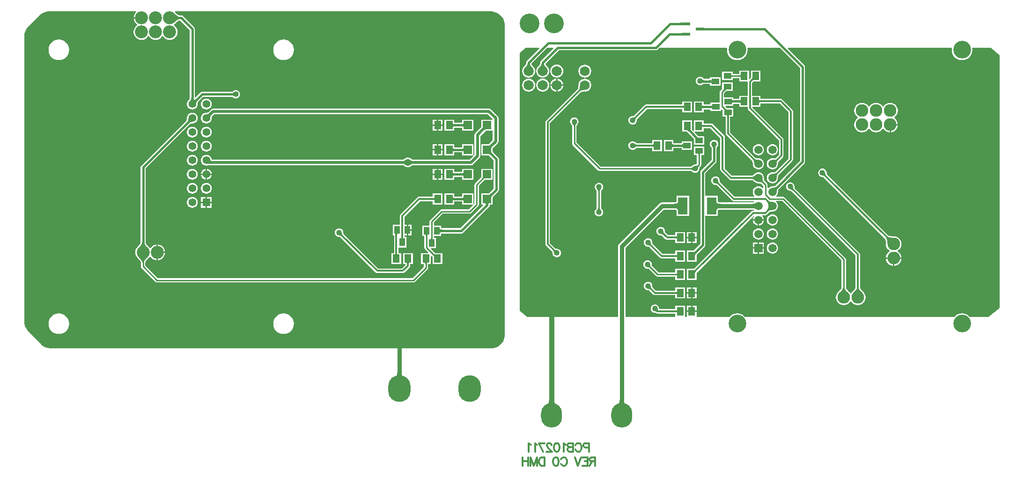
<source format=gbl>
G04 Layer_Physical_Order=2*
G04 Layer_Color=16711680*
%FSLAX24Y24*%
%MOIN*%
G70*
G01*
G75*
%ADD11R,0.0701X0.1240*%
%ADD12C,0.0150*%
%ADD13C,0.0120*%
%ADD14C,0.0100*%
%ADD15C,0.0350*%
%ADD16C,0.0200*%
%ADD18C,0.0300*%
%ADD19C,0.0700*%
%ADD20C,0.0720*%
%ADD21C,0.0900*%
%ADD22R,0.0591X0.0591*%
%ADD23C,0.0591*%
%ADD24O,0.1500X0.1750*%
%ADD25C,0.1400*%
%ADD26C,0.1260*%
%ADD27O,0.1600X0.1900*%
%ADD28C,0.0920*%
%ADD29C,0.0560*%
%ADD30R,0.0560X0.0560*%
%ADD31C,0.0400*%
%ADD32C,0.0500*%
%ADD33C,0.0350*%
%ADD34R,0.0492X0.0591*%
%ADD35R,0.0571X0.0236*%
%ADD36R,0.0551X0.0394*%
%ADD37R,0.0591X0.0591*%
%ADD38R,0.0394X0.0551*%
%ADD39C,0.0180*%
G36*
X53480Y19357D02*
X53499Y19344D01*
X53521Y19332D01*
X53546Y19322D01*
X53573Y19313D01*
X53603Y19307D01*
X53635Y19301D01*
X53670Y19298D01*
X53747Y19295D01*
X53455Y19003D01*
X53454Y19043D01*
X53449Y19115D01*
X53443Y19147D01*
X53437Y19177D01*
X53428Y19204D01*
X53418Y19229D01*
X53406Y19251D01*
X53393Y19270D01*
X53378Y19287D01*
X53463Y19372D01*
X53480Y19357D01*
D02*
G37*
G36*
X33992Y32812D02*
X34174Y32736D01*
X34337Y32627D01*
X34477Y32487D01*
X34586Y32324D01*
X34662Y32142D01*
X34700Y31948D01*
Y31850D01*
Y9850D01*
Y9752D01*
X34662Y9558D01*
X34586Y9376D01*
X34477Y9213D01*
X34337Y9073D01*
X34174Y8964D01*
X33992Y8888D01*
X33798Y8850D01*
X2316D01*
X2123Y8888D01*
X1941Y8964D01*
X1777Y9073D01*
X1707Y9143D01*
X793Y10057D01*
X723Y10127D01*
X614Y10291D01*
X538Y10473D01*
X500Y10666D01*
Y10764D01*
Y31086D01*
Y31184D01*
X538Y31377D01*
X614Y31559D01*
X723Y31723D01*
X793Y31793D01*
Y31793D01*
X1557Y32557D01*
X1627Y32627D01*
X1791Y32736D01*
X1973Y32812D01*
X2166Y32850D01*
X8442D01*
X8458Y32803D01*
X8441Y32789D01*
X8351Y32672D01*
X8294Y32536D01*
X8282Y32440D01*
X8840D01*
Y32340D01*
X8282D01*
X8294Y32244D01*
X8351Y32108D01*
X8441Y31991D01*
X8532Y31920D01*
Y31860D01*
X8441Y31789D01*
X8351Y31672D01*
X8294Y31536D01*
X8275Y31390D01*
X8294Y31244D01*
X8351Y31108D01*
X8441Y30991D01*
X8558Y30901D01*
X8694Y30844D01*
X8840Y30825D01*
X8986Y30844D01*
X9122Y30901D01*
X9239Y30991D01*
X9310Y31082D01*
X9370D01*
X9441Y30991D01*
X9558Y30901D01*
X9694Y30844D01*
X9840Y30825D01*
X9986Y30844D01*
X10122Y30901D01*
X10239Y30991D01*
X10310Y31082D01*
X10370D01*
X10441Y30991D01*
X10558Y30901D01*
X10694Y30844D01*
X10840Y30825D01*
X10986Y30844D01*
X11122Y30901D01*
X11239Y30991D01*
X11329Y31108D01*
X11386Y31244D01*
X11405Y31390D01*
X11386Y31536D01*
X11329Y31672D01*
X11239Y31789D01*
X11148Y31860D01*
Y31920D01*
X11239Y31991D01*
X11252Y32007D01*
X11286Y32040D01*
X11371Y32115D01*
X11408Y32143D01*
X11443Y32166D01*
X11476Y32185D01*
X11505Y32198D01*
X11530Y32207D01*
X11552Y32211D01*
X11554Y32212D01*
X11586D01*
X12272Y31526D01*
Y26670D01*
X12270Y26660D01*
X12266Y26646D01*
X12261Y26631D01*
X12254Y26615D01*
X12244Y26598D01*
X12233Y26580D01*
X12218Y26562D01*
X12202Y26543D01*
X12186Y26527D01*
X12179Y26521D01*
X12118Y26442D01*
X12080Y26349D01*
X12067Y26250D01*
X12080Y26151D01*
X12118Y26058D01*
X12179Y25979D01*
X12258Y25918D01*
X12351Y25880D01*
X12450Y25867D01*
X12549Y25880D01*
X12642Y25918D01*
X12721Y25979D01*
X12782Y26058D01*
X12820Y26151D01*
X12833Y26250D01*
X12832Y26259D01*
X12832Y26281D01*
X12834Y26307D01*
X12837Y26330D01*
X12842Y26351D01*
X12847Y26369D01*
X12853Y26386D01*
X12860Y26400D01*
X12867Y26413D01*
X12873Y26421D01*
X13224Y26772D01*
X15267D01*
X15268Y26771D01*
X15279Y26770D01*
X15288Y26767D01*
X15297Y26764D01*
X15305Y26760D01*
X15312Y26756D01*
X15320Y26751D01*
X15327Y26745D01*
X15334Y26739D01*
X15336Y26736D01*
X15399Y26688D01*
X15472Y26658D01*
X15550Y26647D01*
X15628Y26658D01*
X15701Y26688D01*
X15764Y26736D01*
X15812Y26799D01*
X15842Y26872D01*
X15853Y26950D01*
X15842Y27028D01*
X15812Y27101D01*
X15764Y27164D01*
X15701Y27212D01*
X15628Y27242D01*
X15550Y27253D01*
X15472Y27242D01*
X15399Y27212D01*
X15336Y27164D01*
X15334Y27161D01*
X15327Y27155D01*
X15320Y27149D01*
X15312Y27144D01*
X15305Y27140D01*
X15297Y27136D01*
X15288Y27133D01*
X15279Y27130D01*
X15268Y27129D01*
X15267Y27128D01*
X13150D01*
X13082Y27115D01*
X13024Y27076D01*
X13024Y27076D01*
X12675Y26727D01*
X12628Y26746D01*
Y31600D01*
X12628Y31600D01*
X12615Y31668D01*
X12576Y31726D01*
X12576Y31726D01*
X11786Y32516D01*
X11728Y32555D01*
X11660Y32568D01*
X11554D01*
X11552Y32569D01*
X11530Y32573D01*
X11505Y32582D01*
X11476Y32595D01*
X11443Y32614D01*
X11408Y32637D01*
X11371Y32665D01*
X11286Y32740D01*
X11252Y32773D01*
X11239Y32789D01*
X11222Y32803D01*
X11238Y32850D01*
X33798D01*
X33992Y32812D01*
D02*
G37*
G36*
X12526Y26664D02*
X12530Y26640D01*
X12536Y26616D01*
X12544Y26593D01*
X12555Y26569D01*
X12569Y26545D01*
X12571Y26542D01*
X12575Y26542D01*
X12601Y26550D01*
X12625Y26559D01*
X12648Y26570D01*
X12669Y26582D01*
X12689Y26597D01*
X12707Y26613D01*
X12813Y26507D01*
X12797Y26489D01*
X12782Y26469D01*
X12770Y26448D01*
X12759Y26425D01*
X12750Y26401D01*
X12742Y26375D01*
X12737Y26347D01*
X12733Y26317D01*
X12731Y26286D01*
X12730Y26253D01*
X12533Y26450D01*
X12254D01*
X12277Y26474D01*
X12298Y26497D01*
X12316Y26521D01*
X12331Y26545D01*
X12345Y26569D01*
X12356Y26593D01*
X12364Y26616D01*
X12370Y26640D01*
X12374Y26664D01*
X12375Y26688D01*
X12525D01*
X12526Y26664D01*
D02*
G37*
G36*
X59894Y13176D02*
X59902Y13144D01*
X59915Y13110D01*
X59933Y13073D01*
X59956Y13035D01*
X59984Y12994D01*
X60017Y12952D01*
X60098Y12860D01*
X60147Y12811D01*
X59517D01*
X59565Y12860D01*
X59647Y12952D01*
X59680Y12994D01*
X59708Y13035D01*
X59731Y13073D01*
X59749Y13110D01*
X59762Y13144D01*
X59769Y13176D01*
X59772Y13206D01*
X59892D01*
X59894Y13176D01*
D02*
G37*
G36*
X58885Y13179D02*
X58892Y13148D01*
X58906Y13114D01*
X58924Y13078D01*
X58948Y13040D01*
X58977Y12999D01*
X59051Y12910D01*
X59097Y12862D01*
X59147Y12811D01*
X58517D01*
X58567Y12862D01*
X58686Y12999D01*
X58716Y13040D01*
X58739Y13078D01*
X58758Y13114D01*
X58771Y13148D01*
X58779Y13179D01*
X58782Y13207D01*
X58882D01*
X58885Y13179D01*
D02*
G37*
G36*
X47021Y18700D02*
X47018Y18728D01*
X47009Y18754D01*
X46994Y18777D01*
X46973Y18796D01*
X46946Y18813D01*
X46913Y18826D01*
X46874Y18836D01*
X46829Y18844D01*
X46778Y18849D01*
X46721Y18850D01*
Y19150D01*
X46778Y19152D01*
X46829Y19156D01*
X46874Y19164D01*
X46913Y19174D01*
X46946Y19188D01*
X46973Y19204D01*
X46994Y19224D01*
X47009Y19246D01*
X47018Y19272D01*
X47021Y19300D01*
Y18700D01*
D02*
G37*
G36*
X45586Y11662D02*
X45590Y11607D01*
X45592Y11592D01*
X45595Y11579D01*
X45599Y11567D01*
X45604Y11557D01*
X45609Y11549D01*
X45614Y11542D01*
X45529Y11458D01*
X45523Y11463D01*
X45514Y11468D01*
X45504Y11472D01*
X45493Y11476D01*
X45479Y11479D01*
X45464Y11482D01*
X45448Y11484D01*
X45409Y11486D01*
X45388Y11486D01*
X45586Y11684D01*
X45586Y11662D01*
D02*
G37*
G36*
X49781Y19272D02*
X49790Y19246D01*
X49805Y19224D01*
X49826Y19204D01*
X49853Y19188D01*
X49886Y19174D01*
X49925Y19164D01*
X49970Y19156D01*
X50021Y19152D01*
X50079Y19150D01*
Y18850D01*
X50021Y18849D01*
X49970Y18844D01*
X49925Y18836D01*
X49886Y18826D01*
X49853Y18813D01*
X49826Y18796D01*
X49805Y18777D01*
X49790Y18754D01*
X49781Y18728D01*
X49778Y18700D01*
Y19300D01*
X49781Y19272D01*
D02*
G37*
G36*
X15407Y26810D02*
X15394Y26822D01*
X15380Y26833D01*
X15366Y26843D01*
X15351Y26852D01*
X15335Y26859D01*
X15318Y26865D01*
X15301Y26869D01*
X15283Y26872D01*
X15264Y26874D01*
X15245Y26875D01*
Y27025D01*
X15264Y27026D01*
X15283Y27028D01*
X15301Y27031D01*
X15318Y27035D01*
X15335Y27041D01*
X15351Y27048D01*
X15366Y27057D01*
X15380Y27067D01*
X15394Y27078D01*
X15407Y27090D01*
Y26810D01*
D02*
G37*
G36*
X52539Y18793D02*
X52527Y18804D01*
X52513Y18814D01*
X52496Y18822D01*
X52477Y18830D01*
X52456Y18836D01*
X52433Y18841D01*
X52408Y18845D01*
X52380Y18848D01*
X52319Y18850D01*
Y19150D01*
X52350Y19151D01*
X52408Y19155D01*
X52433Y19159D01*
X52456Y19164D01*
X52477Y19170D01*
X52496Y19178D01*
X52513Y19186D01*
X52527Y19196D01*
X52539Y19207D01*
Y18793D01*
D02*
G37*
G36*
X54130Y20274D02*
X54114Y20256D01*
X54099Y20236D01*
X54086Y20213D01*
X54075Y20189D01*
X54066Y20163D01*
X54058Y20135D01*
X54052Y20105D01*
X54048Y20073D01*
X54046Y20039D01*
X54045Y20003D01*
X53753Y20295D01*
X53789Y20296D01*
X53823Y20298D01*
X53855Y20302D01*
X53885Y20308D01*
X53913Y20316D01*
X53939Y20325D01*
X53963Y20336D01*
X53986Y20349D01*
X54006Y20364D01*
X54024Y20380D01*
X54130Y20274D01*
D02*
G37*
G36*
X47931Y24406D02*
X47932Y24400D01*
X47935Y24394D01*
X47939Y24386D01*
X47945Y24377D01*
X47952Y24367D01*
X47972Y24344D01*
X47998Y24316D01*
X48013Y24300D01*
X47801D01*
X47780Y24320D01*
X47758Y24338D01*
X47737Y24354D01*
X47716Y24368D01*
X47695Y24380D01*
X47673Y24390D01*
X47652Y24397D01*
X47631Y24403D01*
X47610Y24406D01*
X47589Y24407D01*
X47931Y24406D01*
D02*
G37*
G36*
X48343Y14370D02*
X48321Y14347D01*
X48287Y14306D01*
X48274Y14287D01*
X48264Y14270D01*
X48257Y14253D01*
X48252Y14238D01*
X48251Y14224D01*
X48253Y14212D01*
X48257Y14200D01*
X48138Y14418D01*
X48145Y14409D01*
X48154Y14404D01*
X48165Y14403D01*
X48179Y14406D01*
X48195Y14412D01*
X48213Y14423D01*
X48233Y14437D01*
X48256Y14456D01*
X48307Y14504D01*
X48343Y14370D01*
D02*
G37*
G36*
X48365Y23949D02*
X48415Y23907D01*
X48439Y23891D01*
X48461Y23879D01*
X48481Y23870D01*
X48500Y23864D01*
X48518Y23862D01*
X48534Y23864D01*
X48550Y23868D01*
X48260Y23736D01*
X48272Y23744D01*
X48279Y23755D01*
X48280Y23769D01*
X48277Y23786D01*
X48269Y23806D01*
X48256Y23828D01*
X48238Y23854D01*
X48214Y23883D01*
X48153Y23948D01*
X48337Y23976D01*
X48365Y23949D01*
D02*
G37*
G36*
X49728Y23244D02*
X49717Y23230D01*
X49707Y23216D01*
X49698Y23201D01*
X49691Y23185D01*
X49685Y23168D01*
X49681Y23151D01*
X49678Y23133D01*
X49676Y23114D01*
X49675Y23095D01*
X49525D01*
X49524Y23114D01*
X49522Y23133D01*
X49519Y23151D01*
X49515Y23168D01*
X49509Y23185D01*
X49502Y23201D01*
X49493Y23216D01*
X49483Y23230D01*
X49472Y23244D01*
X49460Y23257D01*
X49740D01*
X49728Y23244D01*
D02*
G37*
G36*
X48364Y15682D02*
X48337Y15654D01*
X48293Y15602D01*
X48277Y15578D01*
X48264Y15556D01*
X48256Y15536D01*
X48251Y15517D01*
X48249Y15500D01*
X48252Y15484D01*
X48258Y15470D01*
X48095Y15732D01*
X48105Y15721D01*
X48117Y15715D01*
X48132Y15714D01*
X48149Y15717D01*
X48169Y15725D01*
X48191Y15738D01*
X48216Y15756D01*
X48244Y15779D01*
X48307Y15838D01*
X48364Y15682D01*
D02*
G37*
G36*
X49904Y20776D02*
X49906Y20755D01*
X49909Y20735D01*
X49913Y20716D01*
X49919Y20698D01*
X49926Y20681D01*
X49934Y20665D01*
X49943Y20650D01*
X49954Y20636D01*
X49966Y20623D01*
X49881Y20538D01*
X49868Y20550D01*
X49854Y20561D01*
X49839Y20570D01*
X49823Y20578D01*
X49806Y20585D01*
X49788Y20591D01*
X49769Y20595D01*
X49749Y20598D01*
X49728Y20600D01*
X49706Y20600D01*
X49904Y20798D01*
X49904Y20776D01*
D02*
G37*
G36*
X55218Y20342D02*
X55219Y20322D01*
X55221Y20302D01*
X55224Y20283D01*
X55229Y20266D01*
X55235Y20249D01*
X55243Y20233D01*
X55252Y20217D01*
X55263Y20203D01*
X55275Y20190D01*
X55184Y20111D01*
X55171Y20123D01*
X55157Y20134D01*
X55142Y20144D01*
X55126Y20152D01*
X55109Y20160D01*
X55091Y20166D01*
X55072Y20171D01*
X55051Y20175D01*
X55030Y20178D01*
X55008Y20180D01*
X55219Y20364D01*
X55218Y20342D01*
D02*
G37*
G36*
X53046Y20955D02*
X53051Y20879D01*
X53056Y20845D01*
X53062Y20814D01*
X53070Y20786D01*
X53079Y20761D01*
X53090Y20739D01*
X53102Y20720D01*
X53116Y20704D01*
X53046Y20634D01*
X53030Y20648D01*
X53011Y20660D01*
X52989Y20671D01*
X52964Y20680D01*
X52936Y20688D01*
X52905Y20694D01*
X52871Y20699D01*
X52795Y20704D01*
X52753Y20705D01*
X53045Y20997D01*
X53046Y20955D01*
D02*
G37*
G36*
X48759Y24809D02*
X48763Y24798D01*
X48769Y24789D01*
X48777Y24782D01*
X48788Y24775D01*
X48801Y24770D01*
X48817Y24765D01*
X48835Y24762D01*
X48855Y24761D01*
X48878Y24760D01*
Y24640D01*
X48855Y24639D01*
X48835Y24638D01*
X48817Y24635D01*
X48801Y24630D01*
X48788Y24625D01*
X48777Y24618D01*
X48769Y24611D01*
X48763Y24602D01*
X48759Y24591D01*
X48758Y24580D01*
Y24820D01*
X48759Y24809D01*
D02*
G37*
G36*
X52539Y20793D02*
X52511Y20821D01*
X52456Y20868D01*
X52429Y20887D01*
X52403Y20903D01*
X52378Y20917D01*
X52354Y20927D01*
X52330Y20934D01*
X52306Y20939D01*
X52284Y20940D01*
Y21060D01*
X52306Y21061D01*
X52330Y21066D01*
X52354Y21073D01*
X52378Y21083D01*
X52403Y21097D01*
X52429Y21113D01*
X52456Y21132D01*
X52483Y21154D01*
X52539Y21207D01*
Y20793D01*
D02*
G37*
G36*
X27352Y7159D02*
X27356Y7101D01*
X27363Y7049D01*
X27374Y7004D01*
X27387Y6967D01*
X27404Y6936D01*
X27423Y6912D01*
X27446Y6894D01*
X27471Y6884D01*
X27500Y6881D01*
X26900D01*
X26929Y6884D01*
X26954Y6894D01*
X26977Y6912D01*
X26996Y6936D01*
X27013Y6967D01*
X27026Y7004D01*
X27037Y7049D01*
X27044Y7101D01*
X27048Y7159D01*
X27050Y7225D01*
X27350D01*
X27352Y7159D01*
D02*
G37*
G36*
X38211Y5219D02*
X38225Y5085D01*
X38238Y5031D01*
X38253Y4985D01*
X38272Y4947D01*
X38295Y4918D01*
X38321Y4897D01*
X38351Y4885D01*
X38384Y4881D01*
X37685D01*
X37718Y4885D01*
X37748Y4897D01*
X37774Y4918D01*
X37797Y4947D01*
X37816Y4985D01*
X37832Y5031D01*
X37844Y5085D01*
X37853Y5148D01*
X37858Y5219D01*
X37860Y5298D01*
X38210D01*
X38211Y5219D01*
D02*
G37*
G36*
X36477Y29140D02*
X36482Y29112D01*
X36491Y29082D01*
X36503Y29052D01*
X36519Y29022D01*
X36539Y28990D01*
X36562Y28958D01*
X36588Y28925D01*
X36652Y28857D01*
X36148D01*
X36182Y28891D01*
X36238Y28958D01*
X36261Y28990D01*
X36281Y29022D01*
X36297Y29052D01*
X36309Y29082D01*
X36318Y29112D01*
X36323Y29140D01*
X36325Y29168D01*
X36475D01*
X36477Y29140D01*
D02*
G37*
G36*
X43186Y5187D02*
X43191Y5128D01*
X43198Y5076D01*
X43209Y5031D01*
X43222Y4992D01*
X43238Y4961D01*
X43258Y4937D01*
X43280Y4919D01*
X43306Y4909D01*
X43334Y4905D01*
X42735D01*
X42764Y4909D01*
X42789Y4919D01*
X42811Y4937D01*
X42831Y4961D01*
X42847Y4992D01*
X42861Y5031D01*
X42871Y5076D01*
X42879Y5128D01*
X42883Y5187D01*
X42885Y5253D01*
X43185D01*
X43186Y5187D01*
D02*
G37*
G36*
X47353Y31857D02*
X47352Y31865D01*
X47347Y31872D01*
X47340Y31878D01*
X47329Y31884D01*
X47316Y31889D01*
X47299Y31892D01*
X47280Y31895D01*
X47257Y31897D01*
X47203Y31899D01*
Y32049D01*
X47232Y32049D01*
X47280Y32053D01*
X47299Y32056D01*
X47316Y32059D01*
X47329Y32064D01*
X47340Y32070D01*
X47347Y32076D01*
X47352Y32083D01*
X47353Y32091D01*
Y31857D01*
D02*
G37*
G36*
X48848Y31709D02*
X48853Y31702D01*
X48860Y31696D01*
X48871Y31690D01*
X48884Y31685D01*
X48901Y31682D01*
X48920Y31679D01*
X48943Y31677D01*
X48997Y31675D01*
Y31525D01*
X48968Y31525D01*
X48920Y31521D01*
X48901Y31518D01*
X48884Y31515D01*
X48871Y31510D01*
X48860Y31504D01*
X48853Y31498D01*
X48848Y31491D01*
X48847Y31483D01*
Y31717D01*
X48848Y31709D01*
D02*
G37*
G36*
X11216Y32665D02*
X11306Y32586D01*
X11349Y32554D01*
X11390Y32527D01*
X11429Y32505D01*
X11467Y32487D01*
X11503Y32475D01*
X11537Y32467D01*
X11570Y32465D01*
Y32315D01*
X11537Y32313D01*
X11503Y32305D01*
X11467Y32293D01*
X11429Y32275D01*
X11390Y32253D01*
X11349Y32226D01*
X11306Y32194D01*
X11216Y32115D01*
X11169Y32068D01*
Y32712D01*
X11216Y32665D01*
D02*
G37*
G36*
X69940Y29740D02*
Y11737D01*
X69126Y11100D01*
X67798D01*
X67769Y11135D01*
X67658Y11226D01*
X67531Y11294D01*
X67393Y11336D01*
X67250Y11350D01*
X67107Y11336D01*
X66969Y11294D01*
X66842Y11226D01*
X66731Y11135D01*
X66702Y11100D01*
X51798D01*
X51769Y11135D01*
X51658Y11226D01*
X51531Y11294D01*
X51393Y11336D01*
X51250Y11350D01*
X51107Y11336D01*
X50969Y11294D01*
X50842Y11226D01*
X50731Y11135D01*
X50702Y11100D01*
X48407D01*
X48359Y11105D01*
X48359Y11150D01*
Y11450D01*
X48013D01*
X47667D01*
X47667Y11105D01*
X47619Y11100D01*
X47581D01*
X47533Y11105D01*
X47533Y11150D01*
Y11895D01*
X46841D01*
Y11663D01*
X45731D01*
X45688Y11686D01*
X45678Y11764D01*
X45648Y11837D01*
X45600Y11900D01*
X45537Y11948D01*
X45464Y11978D01*
X45386Y11988D01*
X45308Y11978D01*
X45235Y11948D01*
X45172Y11900D01*
X45124Y11837D01*
X45094Y11764D01*
X45083Y11686D01*
X45094Y11608D01*
X45124Y11535D01*
X45172Y11472D01*
X45235Y11424D01*
X45308Y11394D01*
X45386Y11383D01*
X45391Y11384D01*
X45407Y11384D01*
X45439Y11382D01*
X45450Y11381D01*
X45459Y11379D01*
X45465Y11378D01*
X45468Y11377D01*
X45509Y11349D01*
X45572Y11337D01*
X46841D01*
X46841Y11105D01*
X46793Y11100D01*
X43290D01*
Y16029D01*
X46006Y18745D01*
X46790D01*
X46816Y18743D01*
X46853Y18737D01*
X46881Y18729D01*
X46900Y18721D01*
X46911Y18714D01*
X46916Y18710D01*
X46917Y18708D01*
X46918Y18706D01*
X46920Y18689D01*
X46920Y18689D01*
Y18280D01*
X47821D01*
Y19720D01*
X46920D01*
Y19311D01*
X46920Y19311D01*
X46918Y19294D01*
X46917Y19292D01*
X46916Y19290D01*
X46911Y19286D01*
X46900Y19279D01*
X46881Y19271D01*
X46853Y19263D01*
X46816Y19257D01*
X46790Y19255D01*
X45900D01*
X45802Y19236D01*
X45720Y19180D01*
X42854Y16315D01*
X42799Y16232D01*
X42780Y16135D01*
Y11100D01*
X36312D01*
X35770Y11525D01*
Y29910D01*
X36204Y30250D01*
X37132D01*
X37151Y30204D01*
X36274Y29326D01*
X36235Y29268D01*
X36222Y29200D01*
Y29151D01*
X36219Y29136D01*
X36213Y29117D01*
X36204Y29095D01*
X36192Y29072D01*
X36176Y29047D01*
X36158Y29021D01*
X36106Y28960D01*
X36084Y28937D01*
X36072Y28928D01*
X35998Y28832D01*
X35952Y28720D01*
X35936Y28600D01*
X35952Y28480D01*
X35998Y28368D01*
X36072Y28272D01*
X36168Y28198D01*
X36280Y28152D01*
X36400Y28136D01*
X36520Y28152D01*
X36632Y28198D01*
X36728Y28272D01*
X36802Y28368D01*
X36848Y28480D01*
X36864Y28600D01*
X36848Y28720D01*
X36802Y28832D01*
X36728Y28928D01*
X36718Y28936D01*
X36665Y28992D01*
X36643Y29020D01*
X36624Y29047D01*
X36608Y29072D01*
X36596Y29095D01*
X36587Y29117D01*
X36583Y29131D01*
X37702Y30250D01*
X38132D01*
X38151Y30204D01*
X37274Y29326D01*
X37235Y29268D01*
X37222Y29200D01*
Y29151D01*
X37219Y29136D01*
X37213Y29117D01*
X37204Y29095D01*
X37192Y29072D01*
X37176Y29047D01*
X37158Y29021D01*
X37106Y28960D01*
X37084Y28937D01*
X37072Y28928D01*
X36998Y28832D01*
X36952Y28720D01*
X36936Y28600D01*
X36952Y28480D01*
X36998Y28368D01*
X37072Y28272D01*
X37168Y28198D01*
X37280Y28152D01*
X37400Y28136D01*
X37520Y28152D01*
X37632Y28198D01*
X37728Y28272D01*
X37802Y28368D01*
X37848Y28480D01*
X37864Y28600D01*
X37848Y28720D01*
X37802Y28832D01*
X37728Y28928D01*
X37718Y28936D01*
X37665Y28992D01*
X37643Y29020D01*
X37624Y29047D01*
X37608Y29072D01*
X37596Y29095D01*
X37587Y29117D01*
X37583Y29131D01*
X38550Y30098D01*
X45476D01*
X45544Y30111D01*
X45602Y30150D01*
X45702Y30250D01*
X50492D01*
X50526Y30213D01*
X50516Y30117D01*
X50531Y29973D01*
X50572Y29836D01*
X50640Y29709D01*
X50731Y29598D01*
X50842Y29507D01*
X50969Y29439D01*
X51107Y29397D01*
X51250Y29383D01*
X51393Y29397D01*
X51531Y29439D01*
X51658Y29507D01*
X51769Y29598D01*
X51860Y29709D01*
X51928Y29836D01*
X51969Y29973D01*
X51984Y30117D01*
X51974Y30213D01*
X52008Y30250D01*
X54298D01*
X55722Y28826D01*
Y22224D01*
X53939Y20441D01*
X53930Y20435D01*
X53916Y20427D01*
X53900Y20419D01*
X53882Y20413D01*
X53862Y20407D01*
X53839Y20403D01*
X53813Y20400D01*
X53785Y20398D01*
X53760Y20397D01*
X53750Y20399D01*
X53647Y20385D01*
X53551Y20345D01*
X53468Y20282D01*
X53460Y20272D01*
X53413Y20288D01*
Y20490D01*
X53401Y20549D01*
X53368Y20598D01*
X53184Y20783D01*
X53179Y20790D01*
X53173Y20802D01*
X53167Y20818D01*
X53161Y20838D01*
X53156Y20863D01*
X53152Y20889D01*
X53148Y20958D01*
X53147Y20989D01*
X53149Y21000D01*
X53135Y21103D01*
X53095Y21199D01*
X53032Y21282D01*
X52949Y21345D01*
X52853Y21385D01*
X52750Y21399D01*
X52647Y21385D01*
X52551Y21345D01*
X52468Y21282D01*
X52462Y21274D01*
X52416Y21231D01*
X52394Y21213D01*
X52372Y21198D01*
X52353Y21185D01*
X52335Y21176D01*
X52319Y21169D01*
X52305Y21165D01*
X52295Y21163D01*
X50868D01*
X50363Y21668D01*
Y23900D01*
X50351Y23962D01*
X50315Y24015D01*
X49515Y24815D01*
X49462Y24851D01*
X49400Y24863D01*
X48859D01*
Y25095D01*
X48167D01*
Y24363D01*
X48117Y24342D01*
X48047Y24412D01*
X48033Y24430D01*
Y25095D01*
X47341D01*
Y24305D01*
X47594D01*
X47600Y24304D01*
X47611Y24303D01*
X47623Y24300D01*
X47635Y24295D01*
X47649Y24289D01*
X47663Y24281D01*
X47678Y24271D01*
X47695Y24259D01*
X47704Y24251D01*
X48110Y23845D01*
X48137Y23815D01*
X48156Y23792D01*
X48157Y23791D01*
Y23377D01*
X48909D01*
Y23971D01*
X48505D01*
X48493Y23978D01*
X48477Y23989D01*
X48440Y24020D01*
X48205Y24255D01*
X48225Y24305D01*
X48859D01*
Y24537D01*
X49332D01*
X50037Y23832D01*
Y21600D01*
X50049Y21538D01*
X50085Y21485D01*
X50685Y20885D01*
X50738Y20849D01*
X50800Y20837D01*
X52295D01*
X52305Y20835D01*
X52319Y20831D01*
X52335Y20824D01*
X52353Y20815D01*
X52372Y20802D01*
X52393Y20788D01*
X52442Y20746D01*
X52462Y20727D01*
X52468Y20718D01*
X52551Y20655D01*
X52647Y20615D01*
X52750Y20601D01*
X52761Y20603D01*
X52792Y20602D01*
X52861Y20598D01*
X52888Y20594D01*
X52912Y20589D01*
X52932Y20583D01*
X52948Y20577D01*
X52960Y20571D01*
X52967Y20566D01*
X53107Y20427D01*
Y20266D01*
X53057Y20249D01*
X53032Y20282D01*
X52949Y20345D01*
X52853Y20385D01*
X52750Y20399D01*
X52647Y20385D01*
X52551Y20345D01*
X52468Y20282D01*
X52405Y20199D01*
X52365Y20103D01*
X52351Y20000D01*
X52365Y19897D01*
X52405Y19801D01*
X52468Y19718D01*
X52478Y19710D01*
X52462Y19663D01*
X51072D01*
X50029Y20705D01*
X50027Y20708D01*
X50023Y20715D01*
X50019Y20723D01*
X50015Y20732D01*
X50012Y20743D01*
X50009Y20754D01*
X50007Y20767D01*
X50006Y20781D01*
X50006Y20796D01*
X50007Y20800D01*
X49996Y20878D01*
X49966Y20951D01*
X49918Y21014D01*
X49855Y21062D01*
X49782Y21092D01*
X49704Y21103D01*
X49626Y21092D01*
X49553Y21062D01*
X49490Y21014D01*
X49442Y20951D01*
X49412Y20878D01*
X49401Y20800D01*
X49412Y20722D01*
X49442Y20649D01*
X49490Y20586D01*
X49553Y20538D01*
X49626Y20508D01*
X49704Y20497D01*
X49708Y20498D01*
X49723Y20498D01*
X49737Y20497D01*
X49750Y20495D01*
X49761Y20492D01*
X49772Y20489D01*
X49781Y20485D01*
X49789Y20481D01*
X49796Y20477D01*
X49799Y20475D01*
X50889Y19385D01*
X50942Y19349D01*
X51004Y19337D01*
X52435D01*
X52457Y19287D01*
X52438Y19265D01*
X52431Y19263D01*
X52414Y19259D01*
X52396Y19256D01*
X52376Y19255D01*
X50010D01*
X49983Y19257D01*
X49947Y19263D01*
X49919Y19271D01*
X49899Y19279D01*
X49887Y19286D01*
X49883Y19290D01*
X49881Y19292D01*
X49881Y19294D01*
X49880Y19301D01*
Y19720D01*
X49028D01*
X48979Y19720D01*
X48978Y19770D01*
Y21326D01*
X49726Y22074D01*
X49765Y22132D01*
X49778Y22200D01*
X49778Y22200D01*
Y23117D01*
X49779Y23118D01*
X49780Y23129D01*
X49783Y23138D01*
X49786Y23147D01*
X49790Y23155D01*
X49794Y23162D01*
X49799Y23170D01*
X49805Y23177D01*
X49811Y23184D01*
X49814Y23186D01*
X49862Y23249D01*
X49892Y23322D01*
X49903Y23400D01*
X49892Y23478D01*
X49862Y23551D01*
X49814Y23614D01*
X49751Y23662D01*
X49678Y23692D01*
X49600Y23703D01*
X49522Y23692D01*
X49449Y23662D01*
X49386Y23614D01*
X49338Y23551D01*
X49308Y23478D01*
X49297Y23400D01*
X49308Y23322D01*
X49338Y23249D01*
X49386Y23186D01*
X49389Y23184D01*
X49395Y23177D01*
X49401Y23170D01*
X49406Y23162D01*
X49410Y23155D01*
X49414Y23147D01*
X49417Y23138D01*
X49420Y23129D01*
X49421Y23118D01*
X49422Y23117D01*
Y22274D01*
X48674Y21526D01*
X48635Y21468D01*
X48622Y21400D01*
Y16298D01*
X48206Y15882D01*
X48177Y15856D01*
X48155Y15838D01*
X48148Y15833D01*
X48104D01*
X48102Y15833D01*
X48097Y15833D01*
X47667D01*
Y15042D01*
X48359D01*
Y15469D01*
X48360Y15473D01*
X48359Y15476D01*
Y15517D01*
X48363Y15524D01*
X48374Y15540D01*
X48407Y15579D01*
X48926Y16098D01*
X48965Y16156D01*
X48978Y16224D01*
Y18230D01*
X48979Y18280D01*
X49028Y18280D01*
X49880D01*
Y18699D01*
X49881Y18706D01*
X49881Y18708D01*
X49883Y18710D01*
X49887Y18714D01*
X49899Y18721D01*
X49919Y18729D01*
X49947Y18737D01*
X49983Y18743D01*
X50010Y18745D01*
X52381D01*
X52395Y18744D01*
X52414Y18741D01*
X52431Y18737D01*
X52438Y18735D01*
X52457Y18713D01*
X52435Y18663D01*
X52388D01*
X52326Y18651D01*
X52273Y18615D01*
X48211Y14553D01*
X48189Y14533D01*
X48174Y14520D01*
X47667D01*
Y13730D01*
X48359D01*
Y14232D01*
X48360Y14233D01*
X48368Y14244D01*
X48392Y14273D01*
X52418Y18299D01*
X52456Y18266D01*
X52405Y18199D01*
X52365Y18103D01*
X52358Y18050D01*
X52750D01*
X53142D01*
X53135Y18103D01*
X53095Y18199D01*
X53032Y18282D01*
X53022Y18290D01*
X53038Y18337D01*
X53250D01*
X53312Y18349D01*
X53365Y18385D01*
X53544Y18563D01*
X53552Y18569D01*
X53565Y18576D01*
X53581Y18582D01*
X53600Y18588D01*
X53623Y18593D01*
X53647Y18597D01*
X53712Y18602D01*
X53739Y18603D01*
X53750Y18601D01*
X53853Y18615D01*
X53949Y18655D01*
X54032Y18718D01*
X54095Y18801D01*
X54135Y18897D01*
X54149Y19000D01*
X54135Y19103D01*
X54095Y19199D01*
X54032Y19282D01*
X54012Y19297D01*
X54029Y19347D01*
X54457D01*
X58679Y15125D01*
Y13201D01*
X58678Y13196D01*
X58674Y13179D01*
X58665Y13157D01*
X58651Y13129D01*
X58631Y13097D01*
X58606Y13062D01*
X58492Y12931D01*
X58456Y12895D01*
X58440Y12882D01*
X58351Y12767D01*
X58296Y12633D01*
X58277Y12490D01*
X58296Y12346D01*
X58351Y12212D01*
X58440Y12098D01*
X58555Y12009D01*
X58688Y11954D01*
X58832Y11935D01*
X58975Y11954D01*
X59109Y12009D01*
X59224Y12098D01*
X59303Y12200D01*
X59319Y12204D01*
X59345D01*
X59361Y12200D01*
X59440Y12098D01*
X59555Y12009D01*
X59688Y11954D01*
X59832Y11935D01*
X59975Y11954D01*
X60109Y12009D01*
X60224Y12098D01*
X60312Y12212D01*
X60368Y12346D01*
X60387Y12490D01*
X60368Y12633D01*
X60312Y12767D01*
X60224Y12882D01*
X60208Y12895D01*
X60173Y12930D01*
X60095Y13017D01*
X60066Y13055D01*
X60041Y13090D01*
X60022Y13122D01*
X60009Y13150D01*
X60000Y13173D01*
X59995Y13192D01*
X59995Y13196D01*
Y15548D01*
X59983Y15611D01*
X59947Y15663D01*
X55339Y20272D01*
X55337Y20275D01*
X55333Y20281D01*
X55329Y20289D01*
X55326Y20297D01*
X55324Y20306D01*
X55322Y20316D01*
X55321Y20328D01*
X55320Y20341D01*
X55321Y20359D01*
X55320Y20364D01*
X55323Y20380D01*
X55312Y20458D01*
X55282Y20531D01*
X55234Y20594D01*
X55171Y20642D01*
X55098Y20672D01*
X55020Y20683D01*
X54942Y20672D01*
X54869Y20642D01*
X54806Y20594D01*
X54758Y20531D01*
X54728Y20458D01*
X54717Y20380D01*
X54728Y20302D01*
X54758Y20229D01*
X54806Y20166D01*
X54869Y20118D01*
X54942Y20088D01*
X54990Y20081D01*
X54999Y20079D01*
X55018Y20077D01*
X55034Y20075D01*
X55048Y20072D01*
X55060Y20069D01*
X55071Y20065D01*
X55081Y20060D01*
X55090Y20056D01*
X55098Y20051D01*
X55101Y20048D01*
X59669Y15481D01*
Y13196D01*
X59668Y13192D01*
X59664Y13173D01*
X59655Y13150D01*
X59641Y13122D01*
X59622Y13090D01*
X59598Y13055D01*
X59569Y13017D01*
X59491Y12930D01*
X59456Y12895D01*
X59440Y12882D01*
X59361Y12780D01*
X59345Y12776D01*
X59319D01*
X59303Y12780D01*
X59224Y12882D01*
X59207Y12895D01*
X59170Y12933D01*
X59128Y12978D01*
X59058Y13062D01*
X59033Y13097D01*
X59013Y13129D01*
X58999Y13157D01*
X58990Y13179D01*
X58985Y13196D01*
X58985Y13201D01*
Y15188D01*
X58973Y15247D01*
X58940Y15296D01*
X54628Y19608D01*
X54579Y19641D01*
X54520Y19653D01*
X54029D01*
X54012Y19703D01*
X54032Y19718D01*
X54095Y19801D01*
X54135Y19897D01*
X54149Y20000D01*
X54147Y20010D01*
X54148Y20035D01*
X54150Y20063D01*
X54153Y20089D01*
X54157Y20112D01*
X54163Y20132D01*
X54169Y20150D01*
X54177Y20166D01*
X54185Y20180D01*
X54191Y20189D01*
X56026Y22024D01*
X56065Y22082D01*
X56078Y22150D01*
Y28900D01*
X56078Y28900D01*
X56065Y28968D01*
X56026Y29026D01*
X56026Y29026D01*
X54849Y30204D01*
X54868Y30250D01*
X66492D01*
X66526Y30213D01*
X66516Y30117D01*
X66531Y29973D01*
X66572Y29836D01*
X66640Y29709D01*
X66731Y29598D01*
X66842Y29507D01*
X66969Y29439D01*
X67107Y29397D01*
X67250Y29383D01*
X67393Y29397D01*
X67531Y29439D01*
X67658Y29507D01*
X67769Y29598D01*
X67860Y29709D01*
X67928Y29836D01*
X67969Y29973D01*
X67984Y30117D01*
X67974Y30213D01*
X68008Y30250D01*
X69289D01*
X69940Y29740D01*
D02*
G37*
G36*
X53747Y18705D02*
X53707Y18704D01*
X53635Y18699D01*
X53603Y18693D01*
X53573Y18687D01*
X53546Y18678D01*
X53521Y18668D01*
X53499Y18656D01*
X53480Y18643D01*
X53463Y18628D01*
X53378Y18713D01*
X53393Y18730D01*
X53406Y18749D01*
X53418Y18771D01*
X53428Y18796D01*
X53437Y18823D01*
X53443Y18853D01*
X53449Y18885D01*
X53452Y18920D01*
X53455Y18997D01*
X53747Y18705D01*
D02*
G37*
G36*
X46942Y11380D02*
X46941Y11391D01*
X46937Y11402D01*
X46931Y11411D01*
X46923Y11418D01*
X46912Y11425D01*
X46899Y11430D01*
X46883Y11435D01*
X46865Y11438D01*
X46845Y11439D01*
X46822Y11440D01*
Y11560D01*
X46845Y11561D01*
X46865Y11562D01*
X46883Y11565D01*
X46899Y11570D01*
X46912Y11575D01*
X46923Y11582D01*
X46931Y11589D01*
X46937Y11598D01*
X46941Y11609D01*
X46942Y11620D01*
Y11380D01*
D02*
G37*
G36*
X37477Y29140D02*
X37482Y29112D01*
X37491Y29082D01*
X37503Y29052D01*
X37519Y29022D01*
X37539Y28990D01*
X37562Y28958D01*
X37588Y28925D01*
X37652Y28857D01*
X37148D01*
X37182Y28891D01*
X37238Y28958D01*
X37261Y28990D01*
X37281Y29022D01*
X37297Y29052D01*
X37309Y29082D01*
X37318Y29112D01*
X37323Y29140D01*
X37325Y29168D01*
X37475D01*
X37477Y29140D01*
D02*
G37*
G36*
X47353Y31109D02*
X47352Y31117D01*
X47347Y31124D01*
X47340Y31130D01*
X47329Y31136D01*
X47316Y31141D01*
X47299Y31144D01*
X47280Y31147D01*
X47257Y31149D01*
X47203Y31151D01*
Y31301D01*
X47232Y31301D01*
X47280Y31305D01*
X47299Y31308D01*
X47316Y31311D01*
X47329Y31316D01*
X47340Y31322D01*
X47347Y31328D01*
X47352Y31335D01*
X47353Y31343D01*
Y31109D01*
D02*
G37*
%LPC*%
G36*
X10000Y16258D02*
Y15750D01*
X10508D01*
X10496Y15846D01*
X10439Y15982D01*
X10349Y16099D01*
X10232Y16189D01*
X10096Y16246D01*
X10000Y16258D01*
D02*
G37*
G36*
X13827Y21200D02*
X13500D01*
Y20873D01*
X13549Y20880D01*
X13642Y20918D01*
X13721Y20979D01*
X13782Y21058D01*
X13820Y21151D01*
X13827Y21200D01*
D02*
G37*
G36*
X13400D02*
X13073D01*
X13080Y21151D01*
X13118Y21058D01*
X13179Y20979D01*
X13258Y20918D01*
X13351Y20880D01*
X13400Y20873D01*
Y21200D01*
D02*
G37*
G36*
X12450Y21633D02*
X12351Y21620D01*
X12258Y21582D01*
X12179Y21521D01*
X12118Y21442D01*
X12080Y21349D01*
X12067Y21250D01*
X12080Y21151D01*
X12118Y21058D01*
X12179Y20979D01*
X12258Y20918D01*
X12351Y20880D01*
X12450Y20867D01*
X12549Y20880D01*
X12642Y20918D01*
X12721Y20979D01*
X12782Y21058D01*
X12820Y21151D01*
X12833Y21250D01*
X12820Y21349D01*
X12782Y21442D01*
X12721Y21521D01*
X12642Y21582D01*
X12549Y21620D01*
X12450Y21633D01*
D02*
G37*
G36*
X29873Y21645D02*
X29577D01*
Y21300D01*
X29873D01*
Y21645D01*
D02*
G37*
G36*
X12450Y22633D02*
X12351Y22620D01*
X12258Y22582D01*
X12179Y22521D01*
X12118Y22442D01*
X12080Y22349D01*
X12067Y22250D01*
X12080Y22151D01*
X12118Y22058D01*
X12179Y21979D01*
X12258Y21918D01*
X12351Y21880D01*
X12450Y21867D01*
X12549Y21880D01*
X12642Y21918D01*
X12721Y21979D01*
X12782Y22058D01*
X12820Y22151D01*
X12833Y22250D01*
X12820Y22349D01*
X12782Y22442D01*
X12721Y22521D01*
X12642Y22582D01*
X12549Y22620D01*
X12450Y22633D01*
D02*
G37*
G36*
X29873Y22950D02*
X29577D01*
Y22605D01*
X29873D01*
Y22950D01*
D02*
G37*
G36*
X13500Y21627D02*
Y21300D01*
X13827D01*
X13820Y21349D01*
X13782Y21442D01*
X13721Y21521D01*
X13642Y21582D01*
X13549Y21620D01*
X13500Y21627D01*
D02*
G37*
G36*
X13400D02*
X13351Y21620D01*
X13258Y21582D01*
X13179Y21521D01*
X13118Y21442D01*
X13080Y21349D01*
X13073Y21300D01*
X13400D01*
Y21627D01*
D02*
G37*
G36*
X30269Y21645D02*
X29973D01*
Y21300D01*
X30269D01*
Y21645D01*
D02*
G37*
G36*
X32456D02*
X31666D01*
Y21430D01*
X31659Y21429D01*
X31649Y21428D01*
X31113D01*
X31104Y21429D01*
X31096Y21430D01*
Y21645D01*
X30404D01*
Y20855D01*
X31096D01*
Y21070D01*
X31104Y21071D01*
X31113Y21072D01*
X31649D01*
X31659Y21071D01*
X31666Y21070D01*
Y20855D01*
X32456D01*
Y21645D01*
D02*
G37*
G36*
X28071Y17659D02*
X27824D01*
Y17333D01*
X28071D01*
Y17659D01*
D02*
G37*
G36*
X13830Y19200D02*
X13500D01*
Y18870D01*
X13830D01*
Y19200D01*
D02*
G37*
G36*
X13400D02*
X13070D01*
Y18870D01*
X13400D01*
Y19200D01*
D02*
G37*
G36*
Y19630D02*
X13070D01*
Y19300D01*
X13400D01*
Y19630D01*
D02*
G37*
G36*
X30269Y19895D02*
X29577D01*
Y19663D01*
X28600D01*
X28538Y19651D01*
X28485Y19615D01*
X27285Y18415D01*
X27249Y18362D01*
X27237Y18300D01*
Y17659D01*
X26729D01*
Y16907D01*
X26814D01*
Y15645D01*
X26631D01*
Y14855D01*
X27323D01*
Y15645D01*
X27140D01*
Y16041D01*
X27697D01*
Y16793D01*
X27563D01*
Y16907D01*
X27724D01*
Y17283D01*
Y17659D01*
X27563D01*
Y18232D01*
X28668Y19337D01*
X29577D01*
Y19105D01*
X30269D01*
Y19895D01*
D02*
G37*
G36*
X12450Y19633D02*
X12351Y19620D01*
X12258Y19582D01*
X12179Y19521D01*
X12118Y19442D01*
X12080Y19349D01*
X12067Y19250D01*
X12080Y19151D01*
X12118Y19058D01*
X12179Y18979D01*
X12258Y18918D01*
X12351Y18880D01*
X12450Y18867D01*
X12549Y18880D01*
X12642Y18918D01*
X12721Y18979D01*
X12782Y19058D01*
X12820Y19151D01*
X12833Y19250D01*
X12820Y19349D01*
X12782Y19442D01*
X12721Y19521D01*
X12642Y19582D01*
X12549Y19620D01*
X12450Y19633D01*
D02*
G37*
G36*
X13450Y20633D02*
X13351Y20620D01*
X13258Y20582D01*
X13179Y20521D01*
X13118Y20442D01*
X13080Y20349D01*
X13067Y20250D01*
X13080Y20151D01*
X13118Y20058D01*
X13179Y19979D01*
X13258Y19918D01*
X13351Y19880D01*
X13450Y19867D01*
X13549Y19880D01*
X13642Y19918D01*
X13721Y19979D01*
X13782Y20058D01*
X13820Y20151D01*
X13833Y20250D01*
X13820Y20349D01*
X13782Y20442D01*
X13721Y20521D01*
X13642Y20582D01*
X13549Y20620D01*
X13450Y20633D01*
D02*
G37*
G36*
X30269Y21200D02*
X29973D01*
Y20855D01*
X30269D01*
Y21200D01*
D02*
G37*
G36*
X29873D02*
X29577D01*
Y20855D01*
X29873D01*
Y21200D01*
D02*
G37*
G36*
X13830Y19630D02*
X13500D01*
Y19300D01*
X13830D01*
Y19630D01*
D02*
G37*
G36*
X28071Y17233D02*
X27824D01*
Y16907D01*
X28071D01*
Y17233D01*
D02*
G37*
G36*
X12450Y20633D02*
X12351Y20620D01*
X12258Y20582D01*
X12179Y20521D01*
X12118Y20442D01*
X12080Y20349D01*
X12067Y20250D01*
X12080Y20151D01*
X12118Y20058D01*
X12179Y19979D01*
X12258Y19918D01*
X12351Y19880D01*
X12450Y19867D01*
X12549Y19880D01*
X12642Y19918D01*
X12721Y19979D01*
X12782Y20058D01*
X12820Y20151D01*
X12833Y20250D01*
X12820Y20349D01*
X12782Y20442D01*
X12721Y20521D01*
X12642Y20582D01*
X12549Y20620D01*
X12450Y20633D01*
D02*
G37*
G36*
X13450Y26633D02*
X13351Y26620D01*
X13258Y26582D01*
X13179Y26521D01*
X13118Y26442D01*
X13080Y26349D01*
X13067Y26250D01*
X13080Y26151D01*
X13118Y26058D01*
X13179Y25979D01*
X13258Y25918D01*
X13351Y25880D01*
X13450Y25867D01*
X13549Y25880D01*
X13642Y25918D01*
X13721Y25979D01*
X13782Y26058D01*
X13820Y26151D01*
X13833Y26250D01*
X13820Y26349D01*
X13782Y26442D01*
X13721Y26521D01*
X13642Y26582D01*
X13549Y26620D01*
X13450Y26633D01*
D02*
G37*
G36*
X32456Y25145D02*
X31666D01*
Y24930D01*
X31659Y24929D01*
X31649Y24928D01*
X31113D01*
X31104Y24929D01*
X31096Y24931D01*
Y25145D01*
X30404D01*
Y24355D01*
X31096D01*
Y24569D01*
X31104Y24571D01*
X31113Y24572D01*
X31649D01*
X31659Y24571D01*
X31666Y24570D01*
Y24355D01*
X32456D01*
Y25145D01*
D02*
G37*
G36*
X30269D02*
X29973D01*
Y24800D01*
X30269D01*
Y25145D01*
D02*
G37*
G36*
X29873D02*
X29577D01*
Y24800D01*
X29873D01*
Y25145D01*
D02*
G37*
G36*
X13930Y25934D02*
X13852Y25918D01*
X13786Y25874D01*
X13786Y25874D01*
X13588Y25677D01*
X13583Y25672D01*
X13568Y25662D01*
X13554Y25654D01*
X13539Y25647D01*
X13523Y25642D01*
X13507Y25637D01*
X13491Y25634D01*
X13473Y25633D01*
X13459Y25632D01*
X13450Y25633D01*
X13351Y25620D01*
X13258Y25582D01*
X13179Y25521D01*
X13118Y25442D01*
X13080Y25349D01*
X13067Y25250D01*
X13080Y25151D01*
X13118Y25058D01*
X13179Y24979D01*
X13258Y24918D01*
X13351Y24880D01*
X13450Y24867D01*
X13549Y24880D01*
X13642Y24918D01*
X13721Y24979D01*
X13782Y25058D01*
X13820Y25151D01*
X13833Y25250D01*
X13832Y25259D01*
X13833Y25273D01*
X13834Y25291D01*
X13837Y25307D01*
X13842Y25323D01*
X13847Y25339D01*
X13854Y25354D01*
X13862Y25368D01*
X13872Y25383D01*
X13877Y25388D01*
X14014Y25526D01*
X33486D01*
X33816Y25195D01*
X33796Y25145D01*
X33044D01*
Y24661D01*
X33042Y24658D01*
X33025Y24633D01*
X32976Y24575D01*
X32606Y24205D01*
X32562Y24139D01*
X32546Y24061D01*
Y22634D01*
X32499Y22588D01*
X32456Y22615D01*
X32456Y22650D01*
Y23395D01*
X31666D01*
Y23180D01*
X31659Y23179D01*
X31649Y23178D01*
X31113D01*
X31104Y23179D01*
X31096Y23180D01*
Y23395D01*
X30404D01*
Y22605D01*
X31096D01*
Y22819D01*
X31104Y22821D01*
X31113Y22822D01*
X31649D01*
X31659Y22821D01*
X31666Y22820D01*
Y22605D01*
X32408D01*
X32446Y22605D01*
X32473Y22562D01*
X32216Y22304D01*
X28146D01*
X28144Y22304D01*
X28128Y22307D01*
X28114Y22310D01*
X28101Y22314D01*
X28090Y22319D01*
X28079Y22325D01*
X28069Y22331D01*
X28060Y22338D01*
X28054Y22344D01*
X28050Y22350D01*
X27977Y22406D01*
X27891Y22441D01*
X27800Y22453D01*
X27709Y22441D01*
X27623Y22406D01*
X27550Y22350D01*
X27546Y22344D01*
X27540Y22338D01*
X27531Y22331D01*
X27521Y22325D01*
X27510Y22319D01*
X27499Y22314D01*
X27486Y22310D01*
X27472Y22307D01*
X27456Y22304D01*
X27454Y22304D01*
X13865D01*
X13858Y22305D01*
X13846Y22308D01*
X13838Y22311D01*
X13833Y22313D01*
X13830Y22315D01*
X13829Y22317D01*
X13828Y22319D01*
X13826Y22323D01*
X13822Y22336D01*
X13820Y22349D01*
X13782Y22442D01*
X13721Y22521D01*
X13642Y22582D01*
X13549Y22620D01*
X13450Y22633D01*
X13351Y22620D01*
X13258Y22582D01*
X13179Y22521D01*
X13118Y22442D01*
X13080Y22349D01*
X13067Y22250D01*
X13080Y22151D01*
X13118Y22058D01*
X13179Y21979D01*
X13258Y21918D01*
X13351Y21880D01*
X13450Y21867D01*
X13549Y21880D01*
X13559Y21884D01*
X13560Y21884D01*
X13775Y21896D01*
X27454D01*
X27456Y21896D01*
X27472Y21893D01*
X27486Y21890D01*
X27499Y21886D01*
X27510Y21881D01*
X27521Y21875D01*
X27531Y21869D01*
X27540Y21862D01*
X27546Y21856D01*
X27550Y21850D01*
X27623Y21794D01*
X27709Y21759D01*
X27800Y21747D01*
X27891Y21759D01*
X27977Y21794D01*
X28050Y21850D01*
X28054Y21856D01*
X28060Y21862D01*
X28069Y21869D01*
X28079Y21875D01*
X28090Y21881D01*
X28101Y21886D01*
X28114Y21890D01*
X28128Y21893D01*
X28144Y21896D01*
X28146Y21896D01*
X32300D01*
X32378Y21912D01*
X32444Y21956D01*
X32894Y22406D01*
X32938Y22472D01*
X32954Y22550D01*
Y23977D01*
X33255Y24278D01*
X33291Y24311D01*
X33321Y24335D01*
X33347Y24353D01*
X33349Y24355D01*
X33834Y24355D01*
X33846Y24310D01*
Y23695D01*
X33623Y23473D01*
X33587Y23439D01*
X33557Y23415D01*
X33531Y23397D01*
X33528Y23395D01*
X33454D01*
X33450Y23396D01*
X33446Y23395D01*
X33044D01*
Y22605D01*
X33546D01*
X33567Y22590D01*
X33619Y22546D01*
X33906Y22259D01*
Y20241D01*
X33627Y19962D01*
X33595Y19932D01*
X33569Y19911D01*
X33546Y19896D01*
X33546Y19895D01*
X33482D01*
X33478Y19896D01*
X33475Y19895D01*
X33044D01*
Y19105D01*
X33145D01*
X33165Y19059D01*
X31533Y17427D01*
X30210D01*
X30197Y17428D01*
X30179Y17431D01*
X30171Y17433D01*
Y17609D01*
X29653D01*
Y17837D01*
X30263Y18447D01*
X32200D01*
X32259Y18459D01*
X32308Y18492D01*
X32808Y18992D01*
X32841Y19041D01*
X32853Y19100D01*
Y20448D01*
X33236Y20830D01*
X33251Y20845D01*
X33263Y20855D01*
X33834D01*
Y21645D01*
X33044D01*
Y21075D01*
X33023Y21050D01*
X32592Y20619D01*
X32559Y20570D01*
X32547Y20511D01*
Y19163D01*
X32506Y19123D01*
X32456Y19143D01*
Y19895D01*
X31666D01*
Y19680D01*
X31659Y19679D01*
X31649Y19678D01*
X31113D01*
X31104Y19679D01*
X31096Y19681D01*
Y19895D01*
X30404D01*
Y19105D01*
X31096D01*
Y19319D01*
X31104Y19321D01*
X31113Y19322D01*
X31649D01*
X31659Y19321D01*
X31666Y19320D01*
Y19105D01*
X32418D01*
X32438Y19055D01*
X32137Y18753D01*
X30200D01*
X30141Y18741D01*
X30092Y18708D01*
X29392Y18008D01*
X29359Y17959D01*
X29347Y17900D01*
Y17609D01*
X28829D01*
Y16857D01*
X28973D01*
Y16037D01*
X28985Y15979D01*
X29018Y15929D01*
X29256Y15691D01*
X29236Y15645D01*
X28741D01*
Y14855D01*
X28934D01*
Y14650D01*
X28137Y13853D01*
X10003D01*
X9103Y14753D01*
Y14972D01*
X9103Y14978D01*
X9108Y14995D01*
X9117Y15019D01*
X9132Y15047D01*
X9153Y15080D01*
X9178Y15115D01*
X9295Y15250D01*
X9332Y15287D01*
X9349Y15301D01*
X9420Y15392D01*
X9480D01*
X9551Y15301D01*
X9668Y15211D01*
X9804Y15154D01*
X9900Y15142D01*
Y15700D01*
Y16258D01*
X9804Y16246D01*
X9668Y16189D01*
X9551Y16099D01*
X9480Y16008D01*
X9420D01*
X9349Y16099D01*
X9333Y16112D01*
X9300Y16146D01*
X9225Y16231D01*
X9197Y16268D01*
X9174Y16303D01*
X9155Y16336D01*
X9142Y16365D01*
X9133Y16390D01*
X9129Y16412D01*
X9128Y16414D01*
Y21676D01*
X12279Y24827D01*
X12287Y24833D01*
X12300Y24840D01*
X12314Y24847D01*
X12331Y24853D01*
X12349Y24858D01*
X12370Y24863D01*
X12393Y24866D01*
X12419Y24868D01*
X12441Y24868D01*
X12450Y24867D01*
X12549Y24880D01*
X12642Y24918D01*
X12721Y24979D01*
X12782Y25058D01*
X12820Y25151D01*
X12833Y25250D01*
X12820Y25349D01*
X12782Y25442D01*
X12721Y25521D01*
X12642Y25582D01*
X12549Y25620D01*
X12450Y25633D01*
X12351Y25620D01*
X12258Y25582D01*
X12179Y25521D01*
X12118Y25442D01*
X12080Y25349D01*
X12067Y25250D01*
X12068Y25241D01*
X12068Y25219D01*
X12066Y25193D01*
X12063Y25170D01*
X12058Y25149D01*
X12053Y25131D01*
X12047Y25114D01*
X12040Y25100D01*
X12033Y25087D01*
X12027Y25079D01*
X8824Y21876D01*
X8785Y21818D01*
X8772Y21750D01*
Y16414D01*
X8771Y16412D01*
X8767Y16390D01*
X8758Y16365D01*
X8745Y16336D01*
X8726Y16303D01*
X8703Y16268D01*
X8675Y16231D01*
X8600Y16146D01*
X8567Y16112D01*
X8551Y16099D01*
X8461Y15982D01*
X8404Y15846D01*
X8385Y15700D01*
X8404Y15554D01*
X8461Y15418D01*
X8551Y15301D01*
X8568Y15287D01*
X8606Y15249D01*
X8649Y15202D01*
X8721Y15116D01*
X8747Y15080D01*
X8768Y15047D01*
X8783Y15019D01*
X8792Y14995D01*
X8797Y14978D01*
X8797Y14972D01*
Y14690D01*
X8809Y14631D01*
X8842Y14582D01*
X9832Y13592D01*
X9881Y13559D01*
X9940Y13547D01*
X28200D01*
X28259Y13559D01*
X28308Y13592D01*
X29195Y14478D01*
X29228Y14528D01*
X29240Y14587D01*
Y14855D01*
X29433D01*
Y15449D01*
X29479Y15468D01*
X29546Y15401D01*
X29553Y15394D01*
X29562Y15382D01*
X29567Y15374D01*
Y14855D01*
X30259D01*
Y15645D01*
X29737D01*
X29716Y15663D01*
X29435Y15945D01*
X29454Y15991D01*
X29797D01*
Y16743D01*
X29653D01*
Y16857D01*
X30171D01*
Y17033D01*
X30179Y17035D01*
X30197Y17038D01*
X30210Y17039D01*
X31613D01*
X31687Y17054D01*
X31750Y17096D01*
X33576Y18922D01*
X33618Y18985D01*
X33633Y19059D01*
Y19090D01*
X33633Y19097D01*
X33635Y19105D01*
X33834D01*
Y19536D01*
X33835Y19540D01*
X33834Y19543D01*
Y19607D01*
X33835Y19607D01*
X33850Y19629D01*
X33893Y19680D01*
X34237Y20024D01*
X34279Y20087D01*
X34294Y20161D01*
Y22339D01*
X34279Y22413D01*
X34237Y22476D01*
X33901Y22812D01*
X33871Y22844D01*
X33850Y22870D01*
X33834Y22893D01*
Y23007D01*
X33835Y23011D01*
X33834Y23015D01*
Y23089D01*
X33836Y23092D01*
X33854Y23117D01*
X33902Y23175D01*
X34194Y23467D01*
X34194Y23467D01*
X34238Y23533D01*
X34254Y23611D01*
Y25250D01*
X34254Y25250D01*
X34238Y25328D01*
X34194Y25394D01*
X34194Y25394D01*
X33714Y25874D01*
X33648Y25918D01*
X33570Y25934D01*
X13930D01*
X13930Y25934D01*
D02*
G37*
G36*
X2950Y11349D02*
X2807Y11334D01*
X2669Y11293D01*
X2542Y11225D01*
X2431Y11134D01*
X2340Y11023D01*
X2272Y10896D01*
X2231Y10758D01*
X2216Y10615D01*
X2231Y10472D01*
X2272Y10334D01*
X2340Y10207D01*
X2431Y10096D01*
X2542Y10005D01*
X2669Y9937D01*
X2807Y9896D01*
X2950Y9881D01*
X3093Y9896D01*
X3231Y9937D01*
X3358Y10005D01*
X3469Y10096D01*
X3560Y10207D01*
X3628Y10334D01*
X3669Y10472D01*
X3684Y10615D01*
X3669Y10758D01*
X3628Y10896D01*
X3560Y11023D01*
X3469Y11134D01*
X3358Y11225D01*
X3231Y11293D01*
X3093Y11334D01*
X2950Y11349D01*
D02*
G37*
G36*
X18950D02*
X18807Y11334D01*
X18669Y11293D01*
X18542Y11225D01*
X18431Y11134D01*
X18340Y11023D01*
X18272Y10896D01*
X18231Y10758D01*
X18216Y10615D01*
X18231Y10472D01*
X18272Y10334D01*
X18340Y10207D01*
X18431Y10096D01*
X18542Y10005D01*
X18669Y9937D01*
X18807Y9896D01*
X18950Y9881D01*
X19093Y9896D01*
X19231Y9937D01*
X19358Y10005D01*
X19469Y10096D01*
X19560Y10207D01*
X19628Y10334D01*
X19669Y10472D01*
X19684Y10615D01*
X19669Y10758D01*
X19628Y10896D01*
X19560Y11023D01*
X19469Y11134D01*
X19358Y11225D01*
X19231Y11293D01*
X19093Y11334D01*
X18950Y11349D01*
D02*
G37*
G36*
Y30849D02*
X18807Y30834D01*
X18669Y30793D01*
X18542Y30725D01*
X18431Y30634D01*
X18340Y30523D01*
X18272Y30396D01*
X18231Y30258D01*
X18216Y30115D01*
X18231Y29972D01*
X18272Y29834D01*
X18340Y29707D01*
X18431Y29596D01*
X18542Y29505D01*
X18669Y29437D01*
X18807Y29396D01*
X18950Y29381D01*
X19093Y29396D01*
X19231Y29437D01*
X19358Y29505D01*
X19469Y29596D01*
X19560Y29707D01*
X19628Y29834D01*
X19669Y29972D01*
X19684Y30115D01*
X19669Y30258D01*
X19628Y30396D01*
X19560Y30523D01*
X19469Y30634D01*
X19358Y30725D01*
X19231Y30793D01*
X19093Y30834D01*
X18950Y30849D01*
D02*
G37*
G36*
X2950D02*
X2807Y30834D01*
X2669Y30793D01*
X2542Y30725D01*
X2431Y30634D01*
X2340Y30523D01*
X2272Y30396D01*
X2231Y30258D01*
X2216Y30115D01*
X2231Y29972D01*
X2272Y29834D01*
X2340Y29707D01*
X2431Y29596D01*
X2542Y29505D01*
X2669Y29437D01*
X2807Y29396D01*
X2950Y29381D01*
X3093Y29396D01*
X3231Y29437D01*
X3358Y29505D01*
X3469Y29596D01*
X3560Y29707D01*
X3628Y29834D01*
X3669Y29972D01*
X3684Y30115D01*
X3669Y30258D01*
X3628Y30396D01*
X3560Y30523D01*
X3469Y30634D01*
X3358Y30725D01*
X3231Y30793D01*
X3093Y30834D01*
X2950Y30849D01*
D02*
G37*
G36*
X30269Y23395D02*
X29973D01*
Y23050D01*
X30269D01*
Y23395D01*
D02*
G37*
G36*
X29873D02*
X29577D01*
Y23050D01*
X29873D01*
Y23395D01*
D02*
G37*
G36*
X12450Y24633D02*
X12351Y24620D01*
X12258Y24582D01*
X12179Y24521D01*
X12118Y24442D01*
X12080Y24349D01*
X12067Y24250D01*
X12080Y24151D01*
X12118Y24058D01*
X12179Y23979D01*
X12258Y23918D01*
X12351Y23880D01*
X12450Y23867D01*
X12549Y23880D01*
X12642Y23918D01*
X12721Y23979D01*
X12782Y24058D01*
X12820Y24151D01*
X12833Y24250D01*
X12820Y24349D01*
X12782Y24442D01*
X12721Y24521D01*
X12642Y24582D01*
X12549Y24620D01*
X12450Y24633D01*
D02*
G37*
G36*
X10508Y15650D02*
X10000D01*
Y15142D01*
X10096Y15154D01*
X10232Y15211D01*
X10349Y15301D01*
X10439Y15418D01*
X10496Y15554D01*
X10508Y15650D01*
D02*
G37*
G36*
X30269Y22950D02*
X29973D01*
Y22605D01*
X30269D01*
Y22950D01*
D02*
G37*
G36*
X13450Y23633D02*
X13351Y23620D01*
X13258Y23582D01*
X13179Y23521D01*
X13118Y23442D01*
X13080Y23349D01*
X13067Y23250D01*
X13080Y23151D01*
X13118Y23058D01*
X13179Y22979D01*
X13258Y22918D01*
X13351Y22880D01*
X13450Y22867D01*
X13549Y22880D01*
X13642Y22918D01*
X13721Y22979D01*
X13782Y23058D01*
X13820Y23151D01*
X13833Y23250D01*
X13820Y23349D01*
X13782Y23442D01*
X13721Y23521D01*
X13642Y23582D01*
X13549Y23620D01*
X13450Y23633D01*
D02*
G37*
G36*
X12450D02*
X12351Y23620D01*
X12258Y23582D01*
X12179Y23521D01*
X12118Y23442D01*
X12080Y23349D01*
X12067Y23250D01*
X12080Y23151D01*
X12118Y23058D01*
X12179Y22979D01*
X12258Y22918D01*
X12351Y22880D01*
X12450Y22867D01*
X12549Y22880D01*
X12642Y22918D01*
X12721Y22979D01*
X12782Y23058D01*
X12820Y23151D01*
X12833Y23250D01*
X12820Y23349D01*
X12782Y23442D01*
X12721Y23521D01*
X12642Y23582D01*
X12549Y23620D01*
X12450Y23633D01*
D02*
G37*
G36*
X29873Y24700D02*
X29577D01*
Y24355D01*
X29873D01*
Y24700D01*
D02*
G37*
G36*
X30269D02*
X29973D01*
Y24355D01*
X30269D01*
Y24700D01*
D02*
G37*
G36*
X22900Y17403D02*
X22822Y17392D01*
X22749Y17362D01*
X22686Y17314D01*
X22638Y17251D01*
X22608Y17178D01*
X22597Y17100D01*
X22608Y17022D01*
X22638Y16949D01*
X22686Y16886D01*
X22749Y16838D01*
X22822Y16808D01*
X22900Y16797D01*
X22904Y16798D01*
X22919Y16798D01*
X22933Y16797D01*
X22946Y16795D01*
X22957Y16792D01*
X22968Y16789D01*
X22977Y16785D01*
X22985Y16781D01*
X22992Y16777D01*
X22995Y16775D01*
X25505Y14265D01*
X25558Y14229D01*
X25620Y14217D01*
X27440D01*
X27502Y14229D01*
X27555Y14265D01*
X27919Y14628D01*
X27954Y14681D01*
X27967Y14744D01*
Y14855D01*
X28150D01*
Y15645D01*
X27457D01*
Y14855D01*
X27625D01*
X27634Y14805D01*
X27372Y14543D01*
X25688D01*
X23225Y17005D01*
X23223Y17008D01*
X23219Y17015D01*
X23215Y17023D01*
X23211Y17032D01*
X23208Y17043D01*
X23205Y17054D01*
X23203Y17067D01*
X23202Y17081D01*
X23202Y17096D01*
X23203Y17100D01*
X23192Y17178D01*
X23162Y17251D01*
X23114Y17314D01*
X23051Y17362D01*
X22978Y17392D01*
X22900Y17403D01*
D02*
G37*
G36*
X13450Y24633D02*
X13351Y24620D01*
X13258Y24582D01*
X13179Y24521D01*
X13118Y24442D01*
X13080Y24349D01*
X13067Y24250D01*
X13080Y24151D01*
X13118Y24058D01*
X13179Y23979D01*
X13258Y23918D01*
X13351Y23880D01*
X13450Y23867D01*
X13549Y23880D01*
X13642Y23918D01*
X13721Y23979D01*
X13782Y24058D01*
X13820Y24151D01*
X13833Y24250D01*
X13820Y24349D01*
X13782Y24442D01*
X13721Y24521D01*
X13642Y24582D01*
X13549Y24620D01*
X13450Y24633D01*
D02*
G37*
%LPD*%
G36*
X31768Y21100D02*
X31767Y21114D01*
X31762Y21127D01*
X31755Y21138D01*
X31744Y21148D01*
X31730Y21156D01*
X31714Y21163D01*
X31694Y21168D01*
X31671Y21172D01*
X31646Y21174D01*
X31617Y21175D01*
Y21325D01*
X31646Y21326D01*
X31671Y21328D01*
X31694Y21332D01*
X31714Y21337D01*
X31730Y21344D01*
X31744Y21352D01*
X31755Y21362D01*
X31762Y21373D01*
X31767Y21386D01*
X31768Y21400D01*
Y21100D01*
D02*
G37*
G36*
X30996Y21386D02*
X31001Y21373D01*
X31008Y21362D01*
X31019Y21352D01*
X31032Y21344D01*
X31049Y21337D01*
X31068Y21332D01*
X31091Y21328D01*
X31116Y21326D01*
X31145Y21325D01*
Y21175D01*
X31116Y21174D01*
X31091Y21172D01*
X31068Y21168D01*
X31049Y21163D01*
X31032Y21156D01*
X31019Y21148D01*
X31008Y21138D01*
X31001Y21127D01*
X30996Y21114D01*
X30995Y21100D01*
Y21400D01*
X30996Y21386D01*
D02*
G37*
G36*
X27461Y16789D02*
X27462Y16768D01*
X27465Y16750D01*
X27470Y16735D01*
X27475Y16721D01*
X27482Y16711D01*
X27489Y16702D01*
X27498Y16696D01*
X27509Y16693D01*
X27520Y16691D01*
X27280D01*
X27291Y16693D01*
X27302Y16696D01*
X27311Y16702D01*
X27318Y16711D01*
X27325Y16721D01*
X27330Y16735D01*
X27335Y16750D01*
X27338Y16768D01*
X27339Y16789D01*
X27340Y16811D01*
X27460D01*
X27461Y16789D01*
D02*
G37*
G36*
X27037Y15641D02*
X27039Y15620D01*
X27042Y15602D01*
X27046Y15587D01*
X27052Y15573D01*
X27058Y15562D01*
X27066Y15554D01*
X27075Y15548D01*
X27085Y15544D01*
X27097Y15543D01*
X26857D01*
X26868Y15544D01*
X26878Y15548D01*
X26887Y15554D01*
X26895Y15562D01*
X26902Y15573D01*
X26907Y15587D01*
X26911Y15602D01*
X26914Y15620D01*
X26916Y15641D01*
X26917Y15664D01*
X27037D01*
X27037Y15641D01*
D02*
G37*
G36*
X29680Y19380D02*
X29678Y19391D01*
X29675Y19402D01*
X29669Y19411D01*
X29660Y19418D01*
X29649Y19425D01*
X29636Y19430D01*
X29620Y19435D01*
X29602Y19438D01*
X29581Y19439D01*
X29558Y19440D01*
Y19560D01*
X29581Y19561D01*
X29602Y19562D01*
X29620Y19565D01*
X29636Y19570D01*
X29649Y19575D01*
X29660Y19582D01*
X29669Y19589D01*
X29675Y19598D01*
X29678Y19609D01*
X29680Y19620D01*
Y19380D01*
D02*
G37*
G36*
X27085Y17009D02*
X27075Y17005D01*
X27066Y16999D01*
X27058Y16990D01*
X27052Y16980D01*
X27046Y16966D01*
X27042Y16950D01*
X27039Y16932D01*
X27037Y16912D01*
X27037Y16889D01*
X26917D01*
X26916Y16912D01*
X26914Y16932D01*
X26911Y16950D01*
X26907Y16966D01*
X26902Y16980D01*
X26895Y16990D01*
X26887Y16999D01*
X26878Y17005D01*
X26868Y17009D01*
X26857Y17010D01*
X27097D01*
X27085Y17009D01*
D02*
G37*
G36*
X31768Y24600D02*
X31767Y24614D01*
X31762Y24627D01*
X31755Y24638D01*
X31744Y24648D01*
X31730Y24656D01*
X31714Y24663D01*
X31694Y24668D01*
X31671Y24672D01*
X31646Y24674D01*
X31617Y24675D01*
Y24825D01*
X31646Y24826D01*
X31671Y24828D01*
X31694Y24832D01*
X31714Y24837D01*
X31730Y24844D01*
X31744Y24852D01*
X31755Y24862D01*
X31762Y24873D01*
X31767Y24886D01*
X31768Y24900D01*
Y24600D01*
D02*
G37*
G36*
X30996Y24886D02*
X31001Y24873D01*
X31008Y24862D01*
X31019Y24852D01*
X31032Y24844D01*
X31049Y24837D01*
X31068Y24832D01*
X31091Y24828D01*
X31116Y24826D01*
X31145Y24825D01*
Y24675D01*
X31116Y24674D01*
X31091Y24672D01*
X31068Y24668D01*
X31049Y24663D01*
X31032Y24656D01*
X31019Y24648D01*
X31008Y24638D01*
X31001Y24627D01*
X30996Y24614D01*
X30995Y24600D01*
Y24900D01*
X30996Y24886D01*
D02*
G37*
G36*
X29642Y15593D02*
X29682Y15558D01*
X29699Y15546D01*
X29714Y15537D01*
X29727Y15532D01*
X29739Y15530D01*
X29748Y15531D01*
X29755Y15535D01*
X29761Y15543D01*
X29670Y15353D01*
X29673Y15363D01*
X29674Y15374D01*
X29673Y15386D01*
X29669Y15399D01*
X29663Y15412D01*
X29655Y15427D01*
X29644Y15442D01*
X29631Y15459D01*
X29616Y15476D01*
X29598Y15495D01*
X29619Y15615D01*
X29642Y15593D01*
D02*
G37*
G36*
X9220Y15319D02*
X9098Y15179D01*
X9068Y15137D01*
X9044Y15098D01*
X9024Y15061D01*
X9011Y15027D01*
X9003Y14996D01*
X9000Y14967D01*
X8900D01*
X8897Y14996D01*
X8889Y15027D01*
X8876Y15061D01*
X8856Y15098D01*
X8832Y15137D01*
X8802Y15179D01*
X8726Y15270D01*
X8680Y15319D01*
X8628Y15371D01*
X9272D01*
X9220Y15319D01*
D02*
G37*
G36*
X29550Y16722D02*
X29552Y16705D01*
X29555Y16690D01*
X29558Y16677D01*
X29562Y16666D01*
X29568Y16657D01*
X29574Y16650D01*
X29582Y16645D01*
X29590Y16642D01*
X29600Y16641D01*
X29400D01*
X29409Y16642D01*
X29418Y16645D01*
X29425Y16650D01*
X29432Y16657D01*
X29437Y16666D01*
X29442Y16677D01*
X29446Y16690D01*
X29448Y16705D01*
X29450Y16722D01*
X29450Y16741D01*
X29550D01*
X29550Y16722D01*
D02*
G37*
G36*
X29177Y14956D02*
X29169Y14953D01*
X29161Y14948D01*
X29155Y14941D01*
X29149Y14932D01*
X29145Y14921D01*
X29141Y14908D01*
X29139Y14892D01*
X29137Y14875D01*
X29137Y14856D01*
X29037D01*
X29036Y14875D01*
X29035Y14892D01*
X29032Y14908D01*
X29029Y14921D01*
X29024Y14932D01*
X29019Y14941D01*
X29012Y14948D01*
X29005Y14953D01*
X28996Y14956D01*
X28987Y14957D01*
X29187D01*
X29177Y14956D01*
D02*
G37*
G36*
X9002Y15645D02*
X9002Y15640D01*
X9001Y15621D01*
X9000Y15494D01*
X8900D01*
X8897Y15647D01*
X9003D01*
X9002Y15645D01*
D02*
G37*
G36*
X9027Y16397D02*
X9035Y16363D01*
X9047Y16327D01*
X9065Y16289D01*
X9087Y16250D01*
X9114Y16209D01*
X9146Y16166D01*
X9225Y16076D01*
X9272Y16029D01*
X8628D01*
X8675Y16076D01*
X8754Y16166D01*
X8786Y16209D01*
X8813Y16250D01*
X8835Y16289D01*
X8853Y16327D01*
X8865Y16363D01*
X8873Y16397D01*
X8875Y16430D01*
X9025D01*
X9027Y16397D01*
D02*
G37*
G36*
X12447Y24970D02*
X12414Y24969D01*
X12383Y24967D01*
X12353Y24963D01*
X12325Y24958D01*
X12299Y24950D01*
X12275Y24941D01*
X12252Y24930D01*
X12231Y24918D01*
X12211Y24903D01*
X12193Y24887D01*
X12087Y24993D01*
X12103Y25011D01*
X12118Y25031D01*
X12130Y25052D01*
X12141Y25075D01*
X12150Y25099D01*
X12158Y25125D01*
X12163Y25153D01*
X12167Y25183D01*
X12169Y25214D01*
X12170Y25247D01*
X12447Y24970D01*
D02*
G37*
G36*
X13824Y25483D02*
X13806Y25463D01*
X13790Y25443D01*
X13776Y25422D01*
X13763Y25400D01*
X13753Y25378D01*
X13744Y25354D01*
X13738Y25330D01*
X13733Y25305D01*
X13731Y25279D01*
X13730Y25253D01*
X13453Y25530D01*
X13479Y25531D01*
X13505Y25533D01*
X13530Y25538D01*
X13554Y25544D01*
X13578Y25553D01*
X13600Y25563D01*
X13622Y25576D01*
X13643Y25590D01*
X13663Y25606D01*
X13683Y25624D01*
X13824Y25483D01*
D02*
G37*
G36*
X33428Y24457D02*
X33412Y24468D01*
X33394Y24474D01*
X33373Y24474D01*
X33349Y24468D01*
X33322Y24457D01*
X33292Y24439D01*
X33260Y24417D01*
X33224Y24388D01*
X33145Y24314D01*
X33003Y24456D01*
X33043Y24497D01*
X33106Y24571D01*
X33128Y24603D01*
X33145Y24633D01*
X33157Y24660D01*
X33163Y24684D01*
X33163Y24705D01*
X33157Y24723D01*
X33146Y24739D01*
X33428Y24457D01*
D02*
G37*
G36*
X33874Y23294D02*
X33835Y23253D01*
X33773Y23180D01*
X33750Y23147D01*
X33733Y23117D01*
X33722Y23090D01*
X33716Y23066D01*
Y23045D01*
X33722Y23027D01*
X33733Y23011D01*
X33450Y23294D01*
X33466Y23283D01*
X33484Y23277D01*
X33505D01*
X33529Y23283D01*
X33556Y23294D01*
X33586Y23311D01*
X33619Y23334D01*
X33654Y23362D01*
X33733Y23435D01*
X33874Y23294D01*
D02*
G37*
G36*
X31768Y22850D02*
X31767Y22864D01*
X31762Y22877D01*
X31755Y22888D01*
X31744Y22898D01*
X31730Y22906D01*
X31714Y22913D01*
X31694Y22918D01*
X31671Y22922D01*
X31646Y22924D01*
X31617Y22925D01*
Y23075D01*
X31646Y23076D01*
X31671Y23078D01*
X31694Y23082D01*
X31714Y23087D01*
X31730Y23094D01*
X31744Y23102D01*
X31755Y23112D01*
X31762Y23123D01*
X31767Y23136D01*
X31768Y23150D01*
Y22850D01*
D02*
G37*
G36*
Y19350D02*
X31767Y19364D01*
X31762Y19377D01*
X31755Y19388D01*
X31744Y19398D01*
X31730Y19406D01*
X31714Y19413D01*
X31694Y19418D01*
X31671Y19422D01*
X31646Y19424D01*
X31617Y19425D01*
Y19575D01*
X31646Y19576D01*
X31671Y19578D01*
X31694Y19582D01*
X31714Y19587D01*
X31730Y19594D01*
X31744Y19602D01*
X31755Y19612D01*
X31762Y19623D01*
X31767Y19636D01*
X31768Y19650D01*
Y19350D01*
D02*
G37*
G36*
X30996Y19636D02*
X31001Y19623D01*
X31008Y19612D01*
X31019Y19602D01*
X31032Y19594D01*
X31049Y19587D01*
X31068Y19582D01*
X31091Y19578D01*
X31116Y19576D01*
X31145Y19575D01*
Y19425D01*
X31116Y19424D01*
X31091Y19422D01*
X31068Y19418D01*
X31049Y19413D01*
X31032Y19406D01*
X31019Y19398D01*
X31008Y19388D01*
X31001Y19377D01*
X30996Y19364D01*
X30995Y19350D01*
Y19650D01*
X30996Y19636D01*
D02*
G37*
G36*
X33286Y20957D02*
X33279Y20963D01*
X33270Y20965D01*
X33259Y20965D01*
X33247Y20962D01*
X33234Y20957D01*
X33219Y20948D01*
X33202Y20936D01*
X33185Y20922D01*
X33145Y20885D01*
X33074Y20956D01*
X33094Y20977D01*
X33125Y21013D01*
X33137Y21030D01*
X33145Y21045D01*
X33151Y21058D01*
X33154Y21070D01*
X33154Y21081D01*
X33152Y21090D01*
X33146Y21097D01*
X33286Y20957D01*
D02*
G37*
G36*
X33860Y19794D02*
X33825Y19757D01*
X33769Y19691D01*
X33748Y19662D01*
X33733Y19635D01*
X33723Y19611D01*
X33718Y19589D01*
Y19570D01*
X33723Y19554D01*
X33733Y19540D01*
X33478Y19794D01*
X33492Y19784D01*
X33509Y19779D01*
X33528D01*
X33550Y19784D01*
X33574Y19794D01*
X33601Y19809D01*
X33630Y19830D01*
X33662Y19855D01*
X33733Y19921D01*
X33860Y19794D01*
D02*
G37*
G36*
X33602Y19206D02*
X33587Y19201D01*
X33573Y19194D01*
X33561Y19183D01*
X33551Y19170D01*
X33543Y19154D01*
X33537Y19135D01*
X33533Y19112D01*
X33530Y19087D01*
X33529Y19059D01*
X33349D01*
X33348Y19087D01*
X33345Y19112D01*
X33341Y19135D01*
X33335Y19154D01*
X33326Y19170D01*
X33317Y19183D01*
X33305Y19194D01*
X33291Y19201D01*
X33276Y19206D01*
X33259Y19207D01*
X33619D01*
X33602Y19206D01*
D02*
G37*
G36*
X29216Y16959D02*
X29208Y16956D01*
X29200Y16951D01*
X29194Y16944D01*
X29188Y16935D01*
X29184Y16923D01*
X29180Y16910D01*
X29178Y16895D01*
X29176Y16878D01*
X29176Y16859D01*
X29076D01*
X29075Y16878D01*
X29074Y16895D01*
X29071Y16910D01*
X29068Y16923D01*
X29063Y16935D01*
X29058Y16944D01*
X29051Y16951D01*
X29044Y16956D01*
X29035Y16959D01*
X29026Y16960D01*
X29226D01*
X29216Y16959D01*
D02*
G37*
G36*
X30070Y17396D02*
X30076Y17381D01*
X30085Y17367D01*
X30097Y17355D01*
X30114Y17346D01*
X30134Y17337D01*
X30157Y17331D01*
X30184Y17327D01*
X30215Y17324D01*
X30250Y17323D01*
Y17143D01*
X30215Y17142D01*
X30184Y17139D01*
X30157Y17135D01*
X30134Y17129D01*
X30114Y17121D01*
X30097Y17111D01*
X30085Y17099D01*
X30076Y17085D01*
X30070Y17070D01*
X30068Y17053D01*
Y17413D01*
X30070Y17396D01*
D02*
G37*
G36*
X13730Y22288D02*
X13738Y22269D01*
X13749Y22253D01*
X13762Y22239D01*
X13778Y22227D01*
X13796Y22217D01*
X13817Y22210D01*
X13840Y22204D01*
X13865Y22201D01*
X13894Y22200D01*
X13854Y22000D01*
X13804Y22000D01*
X13544Y21985D01*
X13530Y21982D01*
X13724Y22308D01*
X13730Y22288D01*
D02*
G37*
G36*
X30996Y23136D02*
X31001Y23123D01*
X31008Y23112D01*
X31019Y23102D01*
X31032Y23094D01*
X31049Y23087D01*
X31068Y23082D01*
X31091Y23078D01*
X31116Y23076D01*
X31145Y23075D01*
Y22925D01*
X31116Y22924D01*
X31091Y22922D01*
X31068Y22918D01*
X31049Y22913D01*
X31032Y22906D01*
X31019Y22898D01*
X31008Y22888D01*
X31001Y22877D01*
X30996Y22864D01*
X30995Y22850D01*
Y23150D01*
X30996Y23136D01*
D02*
G37*
G36*
X33722Y22947D02*
X33717Y22930D01*
X33717Y22911D01*
X33722Y22889D01*
X33732Y22865D01*
X33748Y22839D01*
X33768Y22809D01*
X33794Y22777D01*
X33860Y22706D01*
X33733Y22579D01*
X33696Y22614D01*
X33630Y22671D01*
X33600Y22691D01*
X33574Y22707D01*
X33549Y22717D01*
X33528Y22722D01*
X33509Y22722D01*
X33492Y22717D01*
X33478Y22707D01*
X33732Y22960D01*
X33722Y22947D01*
D02*
G37*
G36*
X27994Y22261D02*
X28010Y22248D01*
X28027Y22237D01*
X28046Y22227D01*
X28065Y22219D01*
X28086Y22212D01*
X28108Y22207D01*
X28130Y22203D01*
X28154Y22201D01*
X28179Y22200D01*
Y22000D01*
X28154Y21999D01*
X28130Y21997D01*
X28108Y21993D01*
X28086Y21988D01*
X28065Y21981D01*
X28046Y21973D01*
X28027Y21963D01*
X28010Y21952D01*
X27994Y21939D01*
X27979Y21925D01*
Y22275D01*
X27994Y22261D01*
D02*
G37*
G36*
X27621Y21925D02*
X27606Y21939D01*
X27590Y21952D01*
X27573Y21963D01*
X27554Y21973D01*
X27535Y21981D01*
X27514Y21988D01*
X27492Y21993D01*
X27470Y21997D01*
X27446Y21999D01*
X27421Y22000D01*
Y22200D01*
X27446Y22201D01*
X27470Y22203D01*
X27492Y22207D01*
X27514Y22212D01*
X27535Y22219D01*
X27554Y22227D01*
X27573Y22237D01*
X27590Y22248D01*
X27606Y22261D01*
X27621Y22275D01*
Y21925D01*
D02*
G37*
G36*
X27912Y14956D02*
X27902Y14952D01*
X27893Y14946D01*
X27885Y14938D01*
X27879Y14927D01*
X27873Y14913D01*
X27869Y14898D01*
X27866Y14880D01*
X27864Y14859D01*
X27864Y14836D01*
X27744D01*
X27743Y14859D01*
X27741Y14880D01*
X27738Y14898D01*
X27734Y14913D01*
X27729Y14927D01*
X27722Y14938D01*
X27714Y14946D01*
X27705Y14952D01*
X27695Y14956D01*
X27684Y14957D01*
X27924D01*
X27912Y14956D01*
D02*
G37*
G36*
X23100Y17076D02*
X23102Y17055D01*
X23105Y17035D01*
X23109Y17016D01*
X23115Y16998D01*
X23122Y16981D01*
X23130Y16965D01*
X23139Y16950D01*
X23150Y16936D01*
X23162Y16923D01*
X23077Y16838D01*
X23064Y16850D01*
X23050Y16861D01*
X23035Y16870D01*
X23019Y16878D01*
X23002Y16885D01*
X22984Y16891D01*
X22965Y16895D01*
X22945Y16898D01*
X22924Y16900D01*
X22902Y16900D01*
X23100Y17098D01*
X23100Y17076D01*
D02*
G37*
%LPC*%
G36*
X52700Y16395D02*
X52355D01*
Y16050D01*
X52700D01*
Y16395D01*
D02*
G37*
G36*
X57312Y21663D02*
X57233Y21652D01*
X57160Y21622D01*
X57098Y21574D01*
X57050Y21511D01*
X57019Y21438D01*
X57009Y21360D01*
X57019Y21282D01*
X57050Y21209D01*
X57098Y21146D01*
X57160Y21098D01*
X57233Y21068D01*
X57312Y21057D01*
X57316Y21058D01*
X57330Y21058D01*
X57345Y21057D01*
X57358Y21055D01*
X57369Y21052D01*
X57379Y21049D01*
X57388Y21045D01*
X57396Y21041D01*
X57404Y21037D01*
X57406Y21035D01*
X61767Y16674D01*
X61770Y16671D01*
X61780Y16654D01*
X61790Y16632D01*
X61800Y16602D01*
X61809Y16566D01*
X61817Y16524D01*
X61823Y16476D01*
X61830Y16360D01*
X61830Y16311D01*
X61827Y16290D01*
X61846Y16146D01*
X61901Y16012D01*
X61990Y15898D01*
X62092Y15819D01*
X62096Y15803D01*
Y15777D01*
X62092Y15761D01*
X61990Y15682D01*
X61901Y15567D01*
X61846Y15433D01*
X61834Y15340D01*
X62930D01*
X62918Y15433D01*
X62862Y15567D01*
X62774Y15682D01*
X62672Y15761D01*
X62668Y15777D01*
Y15803D01*
X62672Y15819D01*
X62774Y15898D01*
X62862Y16012D01*
X62918Y16146D01*
X62937Y16290D01*
X62918Y16433D01*
X62862Y16567D01*
X62774Y16682D01*
X62659Y16770D01*
X62525Y16826D01*
X62382Y16845D01*
X62361Y16842D01*
X62312Y16842D01*
X62195Y16849D01*
X62148Y16855D01*
X62106Y16862D01*
X62070Y16871D01*
X62040Y16882D01*
X62017Y16892D01*
X62001Y16902D01*
X61998Y16905D01*
X57637Y21265D01*
X57635Y21268D01*
X57631Y21275D01*
X57626Y21283D01*
X57623Y21292D01*
X57620Y21303D01*
X57617Y21314D01*
X57615Y21327D01*
X57614Y21341D01*
X57614Y21356D01*
X57614Y21360D01*
X57604Y21438D01*
X57574Y21511D01*
X57526Y21574D01*
X57463Y21622D01*
X57390Y21652D01*
X57312Y21663D01*
D02*
G37*
G36*
X53750Y16399D02*
X53647Y16385D01*
X53551Y16345D01*
X53468Y16282D01*
X53405Y16199D01*
X53365Y16103D01*
X53351Y16000D01*
X53365Y15897D01*
X53405Y15801D01*
X53468Y15718D01*
X53551Y15655D01*
X53647Y15615D01*
X53750Y15601D01*
X53853Y15615D01*
X53949Y15655D01*
X54032Y15718D01*
X54095Y15801D01*
X54135Y15897D01*
X54149Y16000D01*
X54135Y16103D01*
X54095Y16199D01*
X54032Y16282D01*
X53949Y16345D01*
X53853Y16385D01*
X53750Y16399D01*
D02*
G37*
G36*
Y23399D02*
X53647Y23385D01*
X53551Y23345D01*
X53468Y23282D01*
X53405Y23199D01*
X53365Y23103D01*
X53351Y23000D01*
X53365Y22897D01*
X53405Y22801D01*
X53468Y22718D01*
X53551Y22655D01*
X53647Y22615D01*
X53750Y22601D01*
X53853Y22615D01*
X53949Y22655D01*
X54032Y22718D01*
X54095Y22801D01*
X54135Y22897D01*
X54149Y23000D01*
X54135Y23103D01*
X54095Y23199D01*
X54032Y23282D01*
X53949Y23345D01*
X53853Y23385D01*
X53750Y23399D01*
D02*
G37*
G36*
X52750D02*
X52647Y23385D01*
X52551Y23345D01*
X52468Y23282D01*
X52405Y23199D01*
X52365Y23103D01*
X52351Y23000D01*
X52365Y22897D01*
X52405Y22801D01*
X52468Y22718D01*
X52551Y22655D01*
X52647Y22615D01*
X52750Y22601D01*
X52853Y22615D01*
X52949Y22655D01*
X53032Y22718D01*
X53095Y22801D01*
X53135Y22897D01*
X53149Y23000D01*
X53135Y23103D01*
X53095Y23199D01*
X53032Y23282D01*
X52949Y23345D01*
X52853Y23385D01*
X52750Y23399D01*
D02*
G37*
G36*
X52700Y15950D02*
X52355D01*
Y15605D01*
X52700D01*
Y15950D01*
D02*
G37*
G36*
X53145D02*
X52800D01*
Y15605D01*
X53145D01*
Y15950D01*
D02*
G37*
G36*
X39650Y25303D02*
X39572Y25292D01*
X39499Y25262D01*
X39436Y25214D01*
X39388Y25151D01*
X39358Y25078D01*
X39347Y25000D01*
X39358Y24922D01*
X39388Y24849D01*
X39436Y24786D01*
X39440Y24783D01*
X39452Y24770D01*
X39464Y24757D01*
X39473Y24745D01*
X39481Y24733D01*
X39487Y24723D01*
X39492Y24714D01*
X39495Y24705D01*
X39497Y24698D01*
X39497Y24695D01*
Y23450D01*
X39509Y23391D01*
X39542Y23342D01*
X41342Y21542D01*
X41391Y21509D01*
X41450Y21497D01*
X47945D01*
X47948Y21497D01*
X47955Y21495D01*
X47964Y21492D01*
X47973Y21487D01*
X47983Y21481D01*
X47994Y21474D01*
X48021Y21451D01*
X48033Y21440D01*
X48036Y21436D01*
X48099Y21388D01*
X48172Y21358D01*
X48250Y21347D01*
X48328Y21358D01*
X48401Y21388D01*
X48464Y21436D01*
X48512Y21499D01*
X48542Y21572D01*
X48553Y21650D01*
X48552Y21655D01*
X48552Y21672D01*
X48553Y21690D01*
X48555Y21706D01*
X48558Y21719D01*
X48561Y21731D01*
X48565Y21741D01*
X48568Y21748D01*
X48572Y21755D01*
X48574Y21757D01*
X48641Y21825D01*
X48674Y21875D01*
X48686Y21933D01*
Y22629D01*
X48909D01*
Y23223D01*
X48157D01*
Y22629D01*
X48380D01*
Y21996D01*
X48357Y21974D01*
X48355Y21972D01*
X48348Y21968D01*
X48341Y21965D01*
X48331Y21961D01*
X48319Y21958D01*
X48307Y21956D01*
X48271Y21952D01*
X48255Y21952D01*
X48250Y21953D01*
X48172Y21942D01*
X48099Y21912D01*
X48036Y21864D01*
X48033Y21860D01*
X48020Y21848D01*
X48007Y21836D01*
X47995Y21827D01*
X47983Y21819D01*
X47973Y21813D01*
X47964Y21808D01*
X47955Y21805D01*
X47948Y21803D01*
X47945Y21803D01*
X41513D01*
X39803Y23513D01*
Y24695D01*
X39803Y24698D01*
X39805Y24705D01*
X39808Y24714D01*
X39813Y24723D01*
X39819Y24733D01*
X39826Y24744D01*
X39849Y24771D01*
X39860Y24783D01*
X39864Y24786D01*
X39912Y24849D01*
X39942Y24922D01*
X39953Y25000D01*
X39942Y25078D01*
X39912Y25151D01*
X39864Y25214D01*
X39801Y25262D01*
X39728Y25292D01*
X39650Y25303D01*
D02*
G37*
G36*
X48359Y16700D02*
X48063D01*
Y16355D01*
X48359D01*
Y16700D01*
D02*
G37*
G36*
X53142Y17950D02*
X52800D01*
Y17608D01*
X52853Y17615D01*
X52949Y17655D01*
X53032Y17718D01*
X53095Y17801D01*
X53135Y17897D01*
X53142Y17950D01*
D02*
G37*
G36*
X41408Y20653D02*
X41330Y20642D01*
X41257Y20612D01*
X41194Y20564D01*
X41146Y20501D01*
X41116Y20428D01*
X41105Y20350D01*
X41116Y20272D01*
X41146Y20199D01*
X41184Y20149D01*
X41187Y20145D01*
X41192Y20139D01*
X41194Y20136D01*
X41195Y20135D01*
X41202Y20128D01*
X41213Y20114D01*
X41223Y20100D01*
X41231Y20088D01*
X41237Y20077D01*
X41241Y20067D01*
X41245Y20058D01*
X41247Y20051D01*
X41247Y20048D01*
Y18855D01*
X41247Y18852D01*
X41245Y18845D01*
X41242Y18836D01*
X41237Y18827D01*
X41231Y18817D01*
X41224Y18806D01*
X41201Y18779D01*
X41190Y18767D01*
X41186Y18764D01*
X41138Y18701D01*
X41108Y18628D01*
X41097Y18550D01*
X41108Y18472D01*
X41138Y18399D01*
X41186Y18336D01*
X41249Y18288D01*
X41322Y18258D01*
X41400Y18247D01*
X41478Y18258D01*
X41551Y18288D01*
X41614Y18336D01*
X41662Y18399D01*
X41692Y18472D01*
X41703Y18550D01*
X41692Y18628D01*
X41662Y18701D01*
X41614Y18764D01*
X41610Y18767D01*
X41598Y18780D01*
X41586Y18793D01*
X41577Y18805D01*
X41569Y18817D01*
X41563Y18827D01*
X41558Y18836D01*
X41555Y18845D01*
X41553Y18852D01*
X41553Y18855D01*
Y20043D01*
X41553Y20046D01*
X41555Y20053D01*
X41558Y20060D01*
X41562Y20069D01*
X41568Y20079D01*
X41576Y20089D01*
X41586Y20101D01*
X41597Y20113D01*
X41613Y20128D01*
X41614Y20130D01*
X41622Y20136D01*
X41670Y20199D01*
X41700Y20272D01*
X41710Y20350D01*
X41700Y20428D01*
X41670Y20501D01*
X41622Y20564D01*
X41559Y20612D01*
X41486Y20642D01*
X41408Y20653D01*
D02*
G37*
G36*
X52750Y17399D02*
X52647Y17385D01*
X52551Y17345D01*
X52468Y17282D01*
X52405Y17199D01*
X52365Y17103D01*
X52351Y17000D01*
X52365Y16897D01*
X52405Y16801D01*
X52468Y16718D01*
X52551Y16655D01*
X52647Y16615D01*
X52750Y16601D01*
X52853Y16615D01*
X52949Y16655D01*
X53032Y16718D01*
X53095Y16801D01*
X53135Y16897D01*
X53149Y17000D01*
X53135Y17103D01*
X53095Y17199D01*
X53032Y17282D01*
X52949Y17345D01*
X52853Y17385D01*
X52750Y17399D01*
D02*
G37*
G36*
X53750Y18399D02*
X53647Y18385D01*
X53551Y18345D01*
X53468Y18282D01*
X53405Y18199D01*
X53365Y18103D01*
X53351Y18000D01*
X53365Y17897D01*
X53405Y17801D01*
X53468Y17718D01*
X53551Y17655D01*
X53647Y17615D01*
X53750Y17601D01*
X53853Y17615D01*
X53949Y17655D01*
X54032Y17718D01*
X54095Y17801D01*
X54135Y17897D01*
X54149Y18000D01*
X54135Y18103D01*
X54095Y18199D01*
X54032Y18282D01*
X53949Y18345D01*
X53853Y18385D01*
X53750Y18399D01*
D02*
G37*
G36*
X52700Y17950D02*
X52358D01*
X52365Y17897D01*
X52405Y17801D01*
X52468Y17718D01*
X52551Y17655D01*
X52647Y17615D01*
X52700Y17608D01*
Y17950D01*
D02*
G37*
G36*
X47963Y17145D02*
X47667D01*
Y16800D01*
X47963D01*
Y17145D01*
D02*
G37*
G36*
X53145Y16395D02*
X52800D01*
Y16050D01*
X53145D01*
Y16395D01*
D02*
G37*
G36*
X48359Y17145D02*
X48063D01*
Y16800D01*
X48359D01*
Y17145D01*
D02*
G37*
G36*
X47963Y16700D02*
X47667D01*
Y16355D01*
X47963D01*
Y16700D01*
D02*
G37*
G36*
X53750Y17399D02*
X53647Y17385D01*
X53551Y17345D01*
X53468Y17282D01*
X53405Y17199D01*
X53365Y17103D01*
X53351Y17000D01*
X53365Y16897D01*
X53405Y16801D01*
X53468Y16718D01*
X53551Y16655D01*
X53647Y16615D01*
X53750Y16601D01*
X53853Y16615D01*
X53949Y16655D01*
X54032Y16718D01*
X54095Y16801D01*
X54135Y16897D01*
X54149Y17000D01*
X54135Y17103D01*
X54095Y17199D01*
X54032Y17282D01*
X53949Y17345D01*
X53853Y17385D01*
X53750Y17399D01*
D02*
G37*
G36*
X45800Y17503D02*
X45722Y17492D01*
X45649Y17462D01*
X45586Y17414D01*
X45538Y17351D01*
X45508Y17278D01*
X45497Y17200D01*
X45508Y17122D01*
X45538Y17049D01*
X45586Y16986D01*
X45649Y16938D01*
X45722Y16908D01*
X45800Y16897D01*
X45804Y16898D01*
X45819Y16898D01*
X45833Y16897D01*
X45846Y16895D01*
X45857Y16892D01*
X45868Y16889D01*
X45877Y16885D01*
X45885Y16881D01*
X45892Y16877D01*
X45895Y16875D01*
X46135Y16635D01*
X46188Y16599D01*
X46250Y16587D01*
X46841D01*
Y16355D01*
X47533D01*
Y17145D01*
X46841D01*
Y16913D01*
X46318D01*
X46125Y17105D01*
X46123Y17108D01*
X46119Y17115D01*
X46115Y17123D01*
X46111Y17132D01*
X46108Y17143D01*
X46105Y17154D01*
X46103Y17167D01*
X46102Y17181D01*
X46102Y17196D01*
X46103Y17200D01*
X46092Y17278D01*
X46062Y17351D01*
X46014Y17414D01*
X45951Y17462D01*
X45878Y17492D01*
X45800Y17503D01*
D02*
G37*
G36*
X47963Y12762D02*
X47667D01*
Y12417D01*
X47963D01*
Y12762D01*
D02*
G37*
G36*
X48359D02*
X48063D01*
Y12417D01*
X48359D01*
Y12762D01*
D02*
G37*
G36*
X62132Y26345D02*
X61988Y26326D01*
X61855Y26270D01*
X61740Y26182D01*
X61661Y26080D01*
X61645Y26076D01*
X61619D01*
X61603Y26080D01*
X61524Y26182D01*
X61409Y26270D01*
X61275Y26326D01*
X61132Y26345D01*
X60988Y26326D01*
X60855Y26270D01*
X60740Y26182D01*
X60661Y26080D01*
X60645Y26076D01*
X60619D01*
X60603Y26080D01*
X60524Y26182D01*
X60409Y26270D01*
X60275Y26326D01*
X60132Y26345D01*
X59988Y26326D01*
X59855Y26270D01*
X59740Y26182D01*
X59651Y26067D01*
X59596Y25933D01*
X59577Y25790D01*
X59596Y25646D01*
X59651Y25512D01*
X59740Y25398D01*
X59842Y25319D01*
X59846Y25303D01*
Y25277D01*
X59842Y25261D01*
X59740Y25182D01*
X59651Y25067D01*
X59596Y24933D01*
X59577Y24790D01*
X59596Y24646D01*
X59651Y24512D01*
X59740Y24398D01*
X59855Y24309D01*
X59988Y24254D01*
X60132Y24235D01*
X60275Y24254D01*
X60409Y24309D01*
X60524Y24398D01*
X60603Y24500D01*
X60619Y24504D01*
X60645D01*
X60661Y24500D01*
X60740Y24398D01*
X60855Y24309D01*
X60988Y24254D01*
X61132Y24235D01*
X61275Y24254D01*
X61409Y24309D01*
X61524Y24398D01*
X61603Y24500D01*
X61619Y24504D01*
X61645D01*
X61661Y24500D01*
X61740Y24398D01*
X61855Y24309D01*
X61988Y24254D01*
X62082Y24242D01*
Y24790D01*
X62132D01*
Y24840D01*
X62680D01*
X62668Y24933D01*
X62612Y25067D01*
X62524Y25182D01*
X62422Y25261D01*
X62418Y25277D01*
Y25303D01*
X62422Y25319D01*
X62524Y25398D01*
X62612Y25512D01*
X62668Y25646D01*
X62687Y25790D01*
X62668Y25933D01*
X62612Y26067D01*
X62524Y26182D01*
X62409Y26270D01*
X62275Y26326D01*
X62132Y26345D01*
D02*
G37*
G36*
X47963Y11895D02*
X47667D01*
Y11550D01*
X47963D01*
Y11895D01*
D02*
G37*
G36*
X48359D02*
X48063D01*
Y11550D01*
X48359D01*
Y11895D01*
D02*
G37*
G36*
X44900Y13603D02*
X44822Y13592D01*
X44749Y13562D01*
X44686Y13514D01*
X44638Y13451D01*
X44608Y13378D01*
X44597Y13300D01*
X44608Y13222D01*
X44638Y13149D01*
X44686Y13086D01*
X44749Y13038D01*
X44822Y13008D01*
X44900Y12997D01*
X44904Y12998D01*
X44919Y12998D01*
X44933Y12997D01*
X44946Y12995D01*
X44957Y12992D01*
X44968Y12989D01*
X44977Y12985D01*
X44985Y12981D01*
X44992Y12977D01*
X44995Y12975D01*
X45272Y12697D01*
X45325Y12662D01*
X45388Y12649D01*
X46841D01*
Y12417D01*
X47533D01*
Y13208D01*
X46841D01*
Y12976D01*
X45455D01*
X45225Y13205D01*
X45223Y13208D01*
X45219Y13215D01*
X45215Y13223D01*
X45211Y13232D01*
X45208Y13243D01*
X45205Y13254D01*
X45203Y13267D01*
X45202Y13281D01*
X45202Y13296D01*
X45203Y13300D01*
X45192Y13378D01*
X45162Y13451D01*
X45114Y13514D01*
X45051Y13562D01*
X44978Y13592D01*
X44900Y13603D01*
D02*
G37*
G36*
X48359Y13208D02*
X48063D01*
Y12862D01*
X48359D01*
Y13208D01*
D02*
G37*
G36*
X48033Y26445D02*
X47341D01*
Y26213D01*
X44750D01*
X44688Y26201D01*
X44635Y26165D01*
X43895Y25425D01*
X43892Y25423D01*
X43885Y25419D01*
X43877Y25415D01*
X43868Y25411D01*
X43857Y25408D01*
X43846Y25405D01*
X43833Y25403D01*
X43819Y25402D01*
X43804Y25402D01*
X43800Y25403D01*
X43722Y25392D01*
X43649Y25362D01*
X43586Y25314D01*
X43538Y25251D01*
X43508Y25178D01*
X43497Y25100D01*
X43508Y25022D01*
X43538Y24949D01*
X43586Y24886D01*
X43649Y24838D01*
X43722Y24808D01*
X43800Y24797D01*
X43878Y24808D01*
X43951Y24838D01*
X44014Y24886D01*
X44062Y24949D01*
X44092Y25022D01*
X44103Y25100D01*
X44102Y25104D01*
X44102Y25119D01*
X44103Y25133D01*
X44105Y25146D01*
X44108Y25157D01*
X44111Y25168D01*
X44115Y25177D01*
X44119Y25185D01*
X44123Y25192D01*
X44125Y25195D01*
X44818Y25887D01*
X47341D01*
Y25655D01*
X48033D01*
Y26445D01*
D02*
G37*
G36*
X47963Y13208D02*
X47667D01*
Y12862D01*
X47963D01*
Y13208D01*
D02*
G37*
G36*
X36400Y28064D02*
X36280Y28048D01*
X36168Y28002D01*
X36072Y27928D01*
X35998Y27832D01*
X35952Y27720D01*
X35936Y27600D01*
X35952Y27480D01*
X35998Y27368D01*
X36072Y27272D01*
X36168Y27198D01*
X36280Y27152D01*
X36400Y27136D01*
X36520Y27152D01*
X36632Y27198D01*
X36728Y27272D01*
X36802Y27368D01*
X36848Y27480D01*
X36864Y27600D01*
X36848Y27720D01*
X36802Y27832D01*
X36728Y27928D01*
X36632Y28002D01*
X36520Y28048D01*
X36400Y28064D01*
D02*
G37*
G36*
X52909Y28645D02*
X52217D01*
Y28143D01*
X52217Y28142D01*
X52209Y28131D01*
X52184Y28102D01*
X52129Y28046D01*
X52083Y28065D01*
Y28645D01*
X51391D01*
Y28403D01*
X50926D01*
Y28547D01*
X50174D01*
Y27953D01*
X50926D01*
Y28097D01*
X51391D01*
Y27855D01*
X51972D01*
X51987Y27837D01*
Y26845D01*
X51391D01*
Y26630D01*
X51383Y26629D01*
X51374Y26628D01*
X50975D01*
X50966Y26629D01*
X50959Y26630D01*
Y26721D01*
X50303D01*
Y27039D01*
X50443Y27178D01*
X50447Y27182D01*
X50456Y27189D01*
X50464Y27194D01*
X50472Y27198D01*
X50478Y27201D01*
X50484Y27203D01*
X50488Y27205D01*
X50492Y27205D01*
X50926D01*
Y27799D01*
X50174D01*
Y27344D01*
X50161Y27329D01*
X50042Y27210D01*
X50009Y27160D01*
X49997Y27102D01*
Y26347D01*
X49341D01*
Y26230D01*
X49334Y26229D01*
X49325Y26228D01*
X48876D01*
X48867Y26229D01*
X48859Y26230D01*
Y26445D01*
X48167D01*
Y25655D01*
X48859D01*
Y25870D01*
X48867Y25871D01*
X48876Y25872D01*
X49325D01*
X49334Y25871D01*
X49341Y25870D01*
Y25753D01*
X50093D01*
Y25885D01*
X50139Y25904D01*
X50207Y25835D01*
Y25379D01*
X50420D01*
Y24167D01*
X50432Y24104D01*
X50468Y24052D01*
X52313Y22206D01*
X52319Y22198D01*
X52326Y22185D01*
X52332Y22169D01*
X52338Y22150D01*
X52343Y22127D01*
X52347Y22103D01*
X52352Y22038D01*
X52353Y22011D01*
X52351Y22000D01*
X52365Y21897D01*
X52405Y21801D01*
X52468Y21718D01*
X52551Y21655D01*
X52647Y21615D01*
X52750Y21601D01*
X52853Y21615D01*
X52949Y21655D01*
X53032Y21718D01*
X53095Y21801D01*
X53135Y21897D01*
X53149Y22000D01*
X53135Y22103D01*
X53095Y22199D01*
X53032Y22282D01*
X52949Y22345D01*
X52853Y22385D01*
X52750Y22399D01*
X52741Y22397D01*
X52677Y22399D01*
X52649Y22402D01*
X52623Y22407D01*
X52600Y22412D01*
X52581Y22418D01*
X52565Y22424D01*
X52552Y22431D01*
X52544Y22437D01*
X50746Y24234D01*
Y25379D01*
X50959D01*
Y25973D01*
X50525D01*
X50522Y25973D01*
X50517Y25975D01*
X50511Y25977D01*
X50505Y25980D01*
X50497Y25984D01*
X50489Y25989D01*
X50480Y25996D01*
X50476Y26000D01*
X50394Y26081D01*
X50414Y26127D01*
X50959D01*
Y26270D01*
X50966Y26271D01*
X50975Y26272D01*
X51374D01*
X51383Y26271D01*
X51391Y26270D01*
Y26055D01*
X51987D01*
Y25950D01*
X51999Y25888D01*
X52035Y25835D01*
X54219Y23650D01*
Y22650D01*
X53985Y22415D01*
X53977Y22410D01*
X53965Y22404D01*
X53951Y22399D01*
X53934Y22394D01*
X53914Y22391D01*
X53890Y22389D01*
X53864Y22389D01*
X53834Y22390D01*
X53799Y22394D01*
X53790Y22393D01*
X53750Y22399D01*
X53647Y22385D01*
X53551Y22345D01*
X53468Y22282D01*
X53405Y22199D01*
X53365Y22103D01*
X53351Y22000D01*
X53365Y21897D01*
X53405Y21801D01*
X53468Y21718D01*
X53551Y21655D01*
X53647Y21615D01*
X53750Y21601D01*
X53853Y21615D01*
X53949Y21655D01*
X54032Y21718D01*
X54095Y21801D01*
X54135Y21897D01*
X54141Y21945D01*
X54145Y21955D01*
X54150Y21995D01*
X54155Y22029D01*
X54169Y22091D01*
X54176Y22114D01*
X54184Y22135D01*
X54192Y22153D01*
X54200Y22166D01*
X54205Y22175D01*
X54498Y22467D01*
X54533Y22520D01*
X54545Y22582D01*
Y23718D01*
X54533Y23780D01*
X54498Y23833D01*
X52326Y26005D01*
X52344Y26055D01*
X52909D01*
Y26287D01*
X54286D01*
X54897Y25676D01*
Y22378D01*
X53956Y21437D01*
X53948Y21431D01*
X53935Y21424D01*
X53919Y21418D01*
X53900Y21412D01*
X53877Y21407D01*
X53853Y21403D01*
X53788Y21398D01*
X53761Y21397D01*
X53750Y21399D01*
X53647Y21385D01*
X53551Y21345D01*
X53468Y21282D01*
X53405Y21199D01*
X53365Y21103D01*
X53351Y21000D01*
X53365Y20897D01*
X53405Y20801D01*
X53468Y20718D01*
X53551Y20655D01*
X53647Y20615D01*
X53750Y20601D01*
X53853Y20615D01*
X53949Y20655D01*
X54032Y20718D01*
X54095Y20801D01*
X54135Y20897D01*
X54149Y21000D01*
X54147Y21009D01*
X54149Y21073D01*
X54152Y21101D01*
X54157Y21127D01*
X54162Y21150D01*
X54168Y21169D01*
X54174Y21185D01*
X54181Y21198D01*
X54187Y21206D01*
X55175Y22195D01*
X55211Y22248D01*
X55223Y22310D01*
Y25744D01*
X55211Y25806D01*
X55175Y25859D01*
X54469Y26565D01*
X54416Y26601D01*
X54354Y26613D01*
X52909D01*
Y26845D01*
X52313D01*
Y27769D01*
X52366Y27822D01*
X52388Y27842D01*
X52403Y27855D01*
X52909D01*
Y28645D01*
D02*
G37*
G36*
X38400Y29064D02*
X38280Y29048D01*
X38168Y29002D01*
X38072Y28928D01*
X37998Y28832D01*
X37952Y28720D01*
X37936Y28600D01*
X37952Y28480D01*
X37998Y28368D01*
X38072Y28272D01*
X38168Y28198D01*
X38280Y28152D01*
X38400Y28136D01*
X38520Y28152D01*
X38632Y28198D01*
X38728Y28272D01*
X38802Y28368D01*
X38848Y28480D01*
X38864Y28600D01*
X38848Y28720D01*
X38802Y28832D01*
X38728Y28928D01*
X38632Y29002D01*
X38520Y29048D01*
X38400Y29064D01*
D02*
G37*
G36*
X40400Y29054D02*
X40283Y29038D01*
X40173Y28993D01*
X40079Y28921D01*
X40007Y28827D01*
X39962Y28717D01*
X39946Y28600D01*
X39962Y28483D01*
X40007Y28373D01*
X40079Y28279D01*
X40173Y28207D01*
X40283Y28162D01*
X40400Y28146D01*
X40517Y28162D01*
X40627Y28207D01*
X40721Y28279D01*
X40793Y28373D01*
X40838Y28483D01*
X40854Y28600D01*
X40838Y28717D01*
X40793Y28827D01*
X40721Y28921D01*
X40627Y28993D01*
X40517Y29038D01*
X40400Y29054D01*
D02*
G37*
G36*
X38857Y27550D02*
X38450D01*
Y27143D01*
X38520Y27152D01*
X38632Y27198D01*
X38728Y27272D01*
X38802Y27368D01*
X38848Y27480D01*
X38857Y27550D01*
D02*
G37*
G36*
X38350D02*
X37943D01*
X37952Y27480D01*
X37998Y27368D01*
X38072Y27272D01*
X38168Y27198D01*
X38280Y27152D01*
X38350Y27143D01*
Y27550D01*
D02*
G37*
G36*
X37400Y28064D02*
X37280Y28048D01*
X37168Y28002D01*
X37072Y27928D01*
X36998Y27832D01*
X36952Y27720D01*
X36936Y27600D01*
X36952Y27480D01*
X36998Y27368D01*
X37072Y27272D01*
X37168Y27198D01*
X37280Y27152D01*
X37400Y27136D01*
X37520Y27152D01*
X37632Y27198D01*
X37728Y27272D01*
X37802Y27368D01*
X37848Y27480D01*
X37864Y27600D01*
X37848Y27720D01*
X37802Y27832D01*
X37728Y27928D01*
X37632Y28002D01*
X37520Y28048D01*
X37400Y28064D01*
D02*
G37*
G36*
X40400Y28054D02*
X40283Y28038D01*
X40173Y27993D01*
X40079Y27921D01*
X40007Y27827D01*
X39962Y27717D01*
X39946Y27600D01*
X39948Y27587D01*
X39946Y27506D01*
X39942Y27469D01*
X39937Y27434D01*
X39931Y27405D01*
X39924Y27380D01*
X39916Y27359D01*
X39908Y27343D01*
X39900Y27331D01*
X37635Y25065D01*
X37599Y25012D01*
X37587Y24950D01*
Y16298D01*
X37599Y16236D01*
X37635Y16183D01*
X38075Y15743D01*
X38077Y15740D01*
X38081Y15733D01*
X38085Y15725D01*
X38089Y15716D01*
X38092Y15706D01*
X38095Y15694D01*
X38097Y15681D01*
X38098Y15667D01*
X38098Y15652D01*
X38097Y15648D01*
X38108Y15570D01*
X38138Y15497D01*
X38186Y15434D01*
X38249Y15386D01*
X38322Y15356D01*
X38400Y15345D01*
X38478Y15356D01*
X38551Y15386D01*
X38614Y15434D01*
X38662Y15497D01*
X38692Y15570D01*
X38703Y15648D01*
X38692Y15726D01*
X38662Y15799D01*
X38614Y15862D01*
X38551Y15910D01*
X38478Y15940D01*
X38400Y15951D01*
X38396Y15950D01*
X38381Y15950D01*
X38367Y15951D01*
X38354Y15953D01*
X38343Y15956D01*
X38332Y15959D01*
X38323Y15963D01*
X38315Y15967D01*
X38308Y15971D01*
X38305Y15974D01*
X37913Y16366D01*
Y24882D01*
X40131Y27100D01*
X40143Y27108D01*
X40159Y27116D01*
X40180Y27124D01*
X40205Y27131D01*
X40234Y27137D01*
X40267Y27142D01*
X40350Y27148D01*
X40386Y27148D01*
X40400Y27146D01*
X40517Y27162D01*
X40627Y27207D01*
X40721Y27279D01*
X40793Y27373D01*
X40838Y27483D01*
X40854Y27600D01*
X40838Y27717D01*
X40793Y27827D01*
X40721Y27921D01*
X40627Y27993D01*
X40517Y28038D01*
X40400Y28054D01*
D02*
G37*
G36*
X38450Y28057D02*
Y27650D01*
X38857D01*
X38848Y27720D01*
X38802Y27832D01*
X38728Y27928D01*
X38632Y28002D01*
X38520Y28048D01*
X38450Y28057D01*
D02*
G37*
G36*
X38350D02*
X38280Y28048D01*
X38168Y28002D01*
X38072Y27928D01*
X37998Y27832D01*
X37952Y27720D01*
X37943Y27650D01*
X38350D01*
Y28057D01*
D02*
G37*
G36*
X48600Y28203D02*
X48522Y28192D01*
X48449Y28162D01*
X48386Y28114D01*
X48338Y28051D01*
X48308Y27978D01*
X48297Y27900D01*
X48308Y27822D01*
X48338Y27749D01*
X48386Y27686D01*
X48449Y27638D01*
X48522Y27608D01*
X48600Y27597D01*
X48678Y27608D01*
X48751Y27638D01*
X48778Y27658D01*
X48786Y27662D01*
X48798Y27671D01*
X48807Y27677D01*
X48816Y27682D01*
X48826Y27686D01*
X48836Y27690D01*
X48846Y27693D01*
X48857Y27696D01*
X48868Y27697D01*
X48869Y27698D01*
X49292D01*
X49301Y27697D01*
X49308Y27696D01*
Y27579D01*
X50059D01*
Y28173D01*
X49308D01*
Y28056D01*
X49301Y28055D01*
X49292Y28054D01*
X48893D01*
X48891Y28055D01*
X48882Y28056D01*
X48874Y28059D01*
X48867Y28061D01*
X48861Y28065D01*
X48855Y28068D01*
X48850Y28073D01*
X48845Y28078D01*
X48837Y28088D01*
X48831Y28092D01*
X48814Y28114D01*
X48751Y28162D01*
X48678Y28192D01*
X48600Y28203D01*
D02*
G37*
G36*
X62930Y15240D02*
X62432D01*
Y14742D01*
X62525Y14754D01*
X62659Y14809D01*
X62774Y14898D01*
X62862Y15012D01*
X62918Y15146D01*
X62930Y15240D01*
D02*
G37*
G36*
X45883Y23695D02*
X45191D01*
Y23463D01*
X44097D01*
X44094Y23464D01*
X44085Y23466D01*
X44077Y23468D01*
X44068Y23472D01*
X44058Y23477D01*
X44048Y23483D01*
X44038Y23491D01*
X44027Y23500D01*
X44017Y23510D01*
X44014Y23514D01*
X43951Y23562D01*
X43878Y23592D01*
X43800Y23603D01*
X43722Y23592D01*
X43649Y23562D01*
X43586Y23514D01*
X43538Y23451D01*
X43508Y23378D01*
X43497Y23300D01*
X43508Y23222D01*
X43538Y23149D01*
X43586Y23086D01*
X43649Y23038D01*
X43722Y23008D01*
X43800Y22997D01*
X43878Y23008D01*
X43951Y23038D01*
X44014Y23086D01*
X44017Y23090D01*
X44027Y23100D01*
X44038Y23109D01*
X44048Y23117D01*
X44058Y23123D01*
X44068Y23128D01*
X44077Y23132D01*
X44085Y23134D01*
X44094Y23136D01*
X44097Y23137D01*
X45191D01*
Y22905D01*
X45883D01*
Y23695D01*
D02*
G37*
G36*
X62332Y15240D02*
X61834D01*
X61846Y15146D01*
X61901Y15012D01*
X61990Y14898D01*
X62105Y14809D01*
X62238Y14754D01*
X62332Y14742D01*
Y15240D01*
D02*
G37*
G36*
X44900Y16703D02*
X44822Y16692D01*
X44749Y16662D01*
X44686Y16614D01*
X44638Y16551D01*
X44608Y16478D01*
X44597Y16400D01*
X44608Y16322D01*
X44638Y16249D01*
X44686Y16186D01*
X44749Y16138D01*
X44822Y16108D01*
X44900Y16097D01*
X44904Y16098D01*
X44919Y16098D01*
X44933Y16097D01*
X44946Y16095D01*
X44957Y16092D01*
X44968Y16089D01*
X44977Y16085D01*
X44985Y16081D01*
X44992Y16077D01*
X44995Y16075D01*
X45747Y15322D01*
X45800Y15287D01*
X45862Y15274D01*
X45863Y15274D01*
X46841D01*
Y15042D01*
X47533D01*
Y15833D01*
X46841D01*
Y15601D01*
X45930D01*
X45225Y16305D01*
X45223Y16308D01*
X45219Y16315D01*
X45215Y16323D01*
X45211Y16332D01*
X45208Y16343D01*
X45205Y16354D01*
X45203Y16367D01*
X45202Y16381D01*
X45202Y16396D01*
X45203Y16400D01*
X45192Y16478D01*
X45162Y16551D01*
X45114Y16614D01*
X45051Y16662D01*
X44978Y16692D01*
X44900Y16703D01*
D02*
G37*
G36*
X46709Y23695D02*
X46017D01*
Y22905D01*
X46709D01*
Y23119D01*
X46717Y23121D01*
X46726Y23122D01*
X47275D01*
X47284Y23121D01*
X47291Y23120D01*
Y23003D01*
X48043D01*
Y23597D01*
X47291D01*
Y23480D01*
X47284Y23479D01*
X47275Y23478D01*
X46726D01*
X46717Y23479D01*
X46709Y23481D01*
Y23695D01*
D02*
G37*
G36*
X62680Y24740D02*
X62182D01*
Y24242D01*
X62275Y24254D01*
X62409Y24309D01*
X62524Y24398D01*
X62612Y24512D01*
X62668Y24646D01*
X62680Y24740D01*
D02*
G37*
G36*
X44865Y15138D02*
X44786Y15128D01*
X44713Y15097D01*
X44651Y15049D01*
X44603Y14987D01*
X44572Y14914D01*
X44562Y14835D01*
X44572Y14757D01*
X44603Y14684D01*
X44651Y14621D01*
X44713Y14573D01*
X44786Y14543D01*
X44865Y14533D01*
X44869Y14533D01*
X44887Y14533D01*
X44905Y14532D01*
X44920Y14530D01*
X44934Y14527D01*
X44945Y14524D01*
X44955Y14521D01*
X44963Y14517D01*
X44969Y14514D01*
X44972Y14512D01*
X45467Y14017D01*
X45516Y13984D01*
X45575Y13972D01*
X46841D01*
Y13730D01*
X47533D01*
Y14520D01*
X46841D01*
Y14278D01*
X45638D01*
X45188Y14728D01*
X45186Y14731D01*
X45183Y14737D01*
X45179Y14745D01*
X45176Y14755D01*
X45173Y14766D01*
X45170Y14778D01*
X45167Y14814D01*
X45167Y14831D01*
X45167Y14835D01*
X45157Y14914D01*
X45127Y14987D01*
X45079Y15049D01*
X45016Y15097D01*
X44943Y15128D01*
X44865Y15138D01*
D02*
G37*
%LPD*%
G36*
X61941Y16819D02*
X61969Y16802D01*
X62002Y16787D01*
X62041Y16774D01*
X62084Y16763D01*
X62133Y16754D01*
X62186Y16747D01*
X62309Y16740D01*
X62377Y16740D01*
X61932Y16294D01*
X61932Y16363D01*
X61925Y16486D01*
X61918Y16539D01*
X61909Y16588D01*
X61898Y16631D01*
X61885Y16669D01*
X61870Y16703D01*
X61853Y16731D01*
X61833Y16754D01*
X61918Y16839D01*
X61941Y16819D01*
D02*
G37*
G36*
X57512Y21336D02*
X57514Y21315D01*
X57517Y21295D01*
X57521Y21276D01*
X57527Y21258D01*
X57534Y21241D01*
X57542Y21225D01*
X57551Y21210D01*
X57562Y21196D01*
X57574Y21183D01*
X57489Y21098D01*
X57476Y21110D01*
X57462Y21121D01*
X57447Y21130D01*
X57431Y21138D01*
X57414Y21145D01*
X57396Y21151D01*
X57377Y21155D01*
X57357Y21158D01*
X57336Y21160D01*
X57314Y21160D01*
X57512Y21358D01*
X57512Y21336D01*
D02*
G37*
G36*
X39773Y24840D02*
X39744Y24805D01*
X39732Y24787D01*
X39722Y24770D01*
X39714Y24753D01*
X39708Y24736D01*
X39704Y24720D01*
X39701Y24703D01*
X39700Y24686D01*
X39600D01*
X39599Y24703D01*
X39596Y24720D01*
X39592Y24736D01*
X39586Y24753D01*
X39578Y24770D01*
X39568Y24787D01*
X39556Y24805D01*
X39542Y24822D01*
X39527Y24840D01*
X39510Y24857D01*
X39790D01*
X39773Y24840D01*
D02*
G37*
G36*
X48624Y22731D02*
X48615Y22727D01*
X48608Y22722D01*
X48601Y22715D01*
X48596Y22706D01*
X48591Y22695D01*
X48588Y22682D01*
X48585Y22667D01*
X48584Y22650D01*
X48583Y22630D01*
X48483D01*
X48483Y22650D01*
X48481Y22667D01*
X48479Y22682D01*
X48475Y22695D01*
X48471Y22706D01*
X48465Y22715D01*
X48459Y22722D01*
X48451Y22727D01*
X48443Y22731D01*
X48433Y22732D01*
X48633D01*
X48624Y22731D01*
D02*
G37*
G36*
X48507Y21836D02*
X48496Y21824D01*
X48486Y21810D01*
X48477Y21795D01*
X48470Y21779D01*
X48464Y21761D01*
X48459Y21742D01*
X48455Y21722D01*
X48452Y21700D01*
X48450Y21677D01*
X48450Y21652D01*
X48252Y21850D01*
X48277Y21850D01*
X48322Y21855D01*
X48342Y21859D01*
X48361Y21864D01*
X48379Y21870D01*
X48395Y21877D01*
X48410Y21886D01*
X48424Y21896D01*
X48436Y21907D01*
X48507Y21836D01*
D02*
G37*
G36*
X48107Y21510D02*
X48090Y21527D01*
X48055Y21556D01*
X48038Y21568D01*
X48020Y21577D01*
X48003Y21586D01*
X47986Y21592D01*
X47970Y21596D01*
X47953Y21599D01*
X47936Y21600D01*
Y21700D01*
X47953Y21701D01*
X47970Y21704D01*
X47986Y21708D01*
X48003Y21714D01*
X48020Y21723D01*
X48038Y21732D01*
X48055Y21744D01*
X48072Y21758D01*
X48090Y21773D01*
X48107Y21790D01*
Y21510D01*
D02*
G37*
G36*
X41542Y20202D02*
X41525Y20185D01*
X41509Y20168D01*
X41495Y20152D01*
X41483Y20135D01*
X41473Y20118D01*
X41465Y20101D01*
X41458Y20085D01*
X41454Y20068D01*
X41451Y20051D01*
X41450Y20034D01*
X41350Y20039D01*
X41349Y20055D01*
X41346Y20072D01*
X41342Y20088D01*
X41336Y20105D01*
X41328Y20123D01*
X41318Y20140D01*
X41307Y20158D01*
X41294Y20176D01*
X41279Y20194D01*
X41262Y20213D01*
X41542Y20202D01*
D02*
G37*
G36*
X41451Y18847D02*
X41454Y18830D01*
X41458Y18814D01*
X41464Y18797D01*
X41473Y18780D01*
X41482Y18763D01*
X41494Y18745D01*
X41508Y18728D01*
X41523Y18710D01*
X41540Y18693D01*
X41260D01*
X41277Y18710D01*
X41306Y18745D01*
X41318Y18763D01*
X41328Y18780D01*
X41336Y18797D01*
X41342Y18814D01*
X41346Y18830D01*
X41349Y18847D01*
X41350Y18864D01*
X41450D01*
X41451Y18847D01*
D02*
G37*
G36*
X46942Y16630D02*
X46941Y16641D01*
X46937Y16652D01*
X46931Y16661D01*
X46923Y16668D01*
X46912Y16675D01*
X46899Y16680D01*
X46883Y16685D01*
X46865Y16688D01*
X46845Y16689D01*
X46822Y16690D01*
Y16810D01*
X46845Y16811D01*
X46865Y16812D01*
X46883Y16815D01*
X46899Y16820D01*
X46912Y16825D01*
X46923Y16832D01*
X46931Y16839D01*
X46937Y16848D01*
X46941Y16859D01*
X46942Y16870D01*
Y16630D01*
D02*
G37*
G36*
X46000Y17176D02*
X46002Y17155D01*
X46005Y17135D01*
X46009Y17116D01*
X46015Y17098D01*
X46022Y17081D01*
X46030Y17065D01*
X46039Y17050D01*
X46050Y17036D01*
X46062Y17023D01*
X45977Y16938D01*
X45964Y16950D01*
X45950Y16961D01*
X45935Y16970D01*
X45919Y16978D01*
X45902Y16985D01*
X45884Y16991D01*
X45865Y16995D01*
X45845Y16998D01*
X45824Y17000D01*
X45802Y17000D01*
X46000Y17198D01*
X46000Y17176D01*
D02*
G37*
G36*
X45100Y13276D02*
X45102Y13255D01*
X45105Y13235D01*
X45109Y13216D01*
X45115Y13198D01*
X45122Y13181D01*
X45130Y13165D01*
X45139Y13150D01*
X45150Y13136D01*
X45162Y13123D01*
X45077Y13038D01*
X45064Y13050D01*
X45050Y13061D01*
X45035Y13070D01*
X45019Y13078D01*
X45002Y13085D01*
X44984Y13091D01*
X44965Y13095D01*
X44945Y13098D01*
X44924Y13100D01*
X44902Y13100D01*
X45100Y13298D01*
X45100Y13276D01*
D02*
G37*
G36*
X46942Y12693D02*
X46941Y12704D01*
X46937Y12714D01*
X46931Y12723D01*
X46923Y12731D01*
X46912Y12737D01*
X46899Y12743D01*
X46883Y12747D01*
X46865Y12750D01*
X46845Y12752D01*
X46822Y12752D01*
Y12873D01*
X46845Y12873D01*
X46865Y12875D01*
X46883Y12878D01*
X46899Y12882D01*
X46912Y12888D01*
X46923Y12894D01*
X46931Y12902D01*
X46937Y12911D01*
X46941Y12921D01*
X46942Y12932D01*
Y12693D01*
D02*
G37*
G36*
X44062Y25277D02*
X44050Y25264D01*
X44039Y25250D01*
X44030Y25235D01*
X44022Y25219D01*
X44015Y25202D01*
X44009Y25184D01*
X44005Y25165D01*
X44002Y25145D01*
X44000Y25124D01*
X44000Y25102D01*
X43802Y25300D01*
X43824Y25300D01*
X43845Y25302D01*
X43865Y25305D01*
X43884Y25309D01*
X43902Y25315D01*
X43919Y25322D01*
X43935Y25330D01*
X43950Y25339D01*
X43964Y25350D01*
X43977Y25362D01*
X44062Y25277D01*
D02*
G37*
G36*
X47443Y25930D02*
X47442Y25941D01*
X47438Y25952D01*
X47432Y25961D01*
X47424Y25968D01*
X47413Y25975D01*
X47399Y25980D01*
X47384Y25985D01*
X47365Y25988D01*
X47345Y25989D01*
X47322Y25990D01*
Y26110D01*
X47345Y26111D01*
X47365Y26112D01*
X47384Y26115D01*
X47399Y26120D01*
X47413Y26125D01*
X47424Y26132D01*
X47432Y26139D01*
X47438Y26148D01*
X47442Y26159D01*
X47443Y26170D01*
Y25930D01*
D02*
G37*
G36*
X50692Y25480D02*
X50681Y25477D01*
X50672Y25471D01*
X50665Y25462D01*
X50658Y25451D01*
X50653Y25438D01*
X50648Y25422D01*
X50645Y25404D01*
X50644Y25383D01*
X50643Y25360D01*
X50523D01*
X50522Y25383D01*
X50521Y25404D01*
X50518Y25422D01*
X50513Y25438D01*
X50508Y25451D01*
X50501Y25462D01*
X50494Y25471D01*
X50485Y25477D01*
X50474Y25480D01*
X50463Y25482D01*
X50703D01*
X50692Y25480D01*
D02*
G37*
G36*
X50402Y25929D02*
X50416Y25917D01*
X50430Y25906D01*
X50444Y25897D01*
X50459Y25889D01*
X50473Y25882D01*
X50487Y25877D01*
X50501Y25873D01*
X50515Y25871D01*
X50529Y25870D01*
X50309Y25872D01*
X50310Y25872D01*
X50309Y25874D01*
X50306Y25878D01*
X50303Y25883D01*
X50290Y25897D01*
X50246Y25942D01*
X50387D01*
X50402Y25929D01*
D02*
G37*
G36*
X50482Y27307D02*
X50468Y27305D01*
X50454Y27301D01*
X50440Y27296D01*
X50425Y27289D01*
X50411Y27281D01*
X50397Y27272D01*
X50383Y27261D01*
X50369Y27249D01*
X50354Y27236D01*
X50213D01*
X50225Y27248D01*
X50275Y27304D01*
X50276Y27306D01*
X50496Y27308D01*
X50482Y27307D01*
D02*
G37*
G36*
X51493Y28150D02*
X51492Y28159D01*
X51489Y28168D01*
X51484Y28175D01*
X51477Y28182D01*
X51468Y28187D01*
X51457Y28192D01*
X51443Y28196D01*
X51428Y28198D01*
X51411Y28200D01*
X51392Y28200D01*
Y28300D01*
X51411Y28300D01*
X51428Y28302D01*
X51443Y28305D01*
X51457Y28308D01*
X51468Y28312D01*
X51477Y28318D01*
X51484Y28324D01*
X51489Y28332D01*
X51492Y28340D01*
X51493Y28350D01*
Y28150D01*
D02*
G37*
G36*
X50825Y28340D02*
X50828Y28332D01*
X50833Y28324D01*
X50840Y28318D01*
X50849Y28312D01*
X50860Y28308D01*
X50873Y28305D01*
X50888Y28302D01*
X50905Y28300D01*
X50924Y28300D01*
Y28200D01*
X50905Y28200D01*
X50888Y28198D01*
X50873Y28196D01*
X50860Y28192D01*
X50849Y28187D01*
X50840Y28182D01*
X50833Y28175D01*
X50828Y28168D01*
X50825Y28159D01*
X50824Y28150D01*
Y28350D01*
X50825Y28340D01*
D02*
G37*
G36*
X52439Y27957D02*
X52432Y27966D01*
X52423Y27971D01*
X52411Y27972D01*
X52398Y27969D01*
X52382Y27963D01*
X52364Y27952D01*
X52343Y27938D01*
X52321Y27919D01*
X52269Y27871D01*
X52234Y28005D01*
X52255Y28028D01*
X52290Y28069D01*
X52303Y28088D01*
X52313Y28105D01*
X52320Y28122D01*
X52324Y28137D01*
X52326Y28151D01*
X52324Y28163D01*
X52320Y28175D01*
X52439Y27957D01*
D02*
G37*
G36*
X49444Y25900D02*
X49442Y25914D01*
X49438Y25927D01*
X49430Y25938D01*
X49420Y25948D01*
X49406Y25956D01*
X49389Y25963D01*
X49370Y25968D01*
X49347Y25972D01*
X49321Y25974D01*
X49293Y25975D01*
Y26125D01*
X49321Y26126D01*
X49347Y26128D01*
X49370Y26132D01*
X49389Y26137D01*
X49406Y26144D01*
X49420Y26152D01*
X49430Y26162D01*
X49438Y26173D01*
X49442Y26186D01*
X49444Y26200D01*
Y25900D01*
D02*
G37*
G36*
X48760Y26186D02*
X48764Y26173D01*
X48772Y26162D01*
X48782Y26152D01*
X48796Y26144D01*
X48812Y26137D01*
X48832Y26132D01*
X48854Y26128D01*
X48880Y26126D01*
X48908Y26125D01*
Y25975D01*
X48880Y25974D01*
X48854Y25972D01*
X48832Y25968D01*
X48812Y25963D01*
X48796Y25956D01*
X48782Y25948D01*
X48772Y25938D01*
X48764Y25927D01*
X48760Y25914D01*
X48758Y25900D01*
Y26200D01*
X48760Y26186D01*
D02*
G37*
G36*
X52809Y26559D02*
X52813Y26548D01*
X52819Y26539D01*
X52827Y26532D01*
X52838Y26525D01*
X52851Y26520D01*
X52867Y26515D01*
X52885Y26512D01*
X52905Y26511D01*
X52928Y26510D01*
Y26390D01*
X52905Y26389D01*
X52885Y26388D01*
X52867Y26385D01*
X52851Y26380D01*
X52838Y26375D01*
X52827Y26368D01*
X52819Y26361D01*
X52813Y26352D01*
X52809Y26341D01*
X52808Y26330D01*
Y26570D01*
X52809Y26559D01*
D02*
G37*
G36*
X51493Y26300D02*
X51491Y26314D01*
X51487Y26327D01*
X51479Y26338D01*
X51469Y26348D01*
X51455Y26356D01*
X51439Y26363D01*
X51419Y26368D01*
X51396Y26372D01*
X51370Y26374D01*
X51342Y26375D01*
Y26525D01*
X51370Y26526D01*
X51396Y26528D01*
X51419Y26532D01*
X51439Y26537D01*
X51455Y26544D01*
X51469Y26552D01*
X51479Y26562D01*
X51487Y26573D01*
X51491Y26586D01*
X51493Y26600D01*
Y26300D01*
D02*
G37*
G36*
X50859Y26586D02*
X50863Y26573D01*
X50871Y26562D01*
X50881Y26552D01*
X50895Y26544D01*
X50911Y26537D01*
X50931Y26532D01*
X50953Y26528D01*
X50979Y26526D01*
X51007Y26525D01*
Y26375D01*
X50979Y26374D01*
X50953Y26372D01*
X50931Y26368D01*
X50911Y26363D01*
X50895Y26356D01*
X50881Y26348D01*
X50871Y26338D01*
X50863Y26327D01*
X50859Y26314D01*
X50857Y26300D01*
Y26600D01*
X50859Y26586D01*
D02*
G37*
G36*
X54122Y21287D02*
X54107Y21270D01*
X54094Y21251D01*
X54082Y21229D01*
X54072Y21204D01*
X54063Y21177D01*
X54057Y21147D01*
X54051Y21115D01*
X54048Y21080D01*
X54045Y21003D01*
X53753Y21295D01*
X53793Y21296D01*
X53865Y21301D01*
X53897Y21307D01*
X53927Y21313D01*
X53954Y21322D01*
X53979Y21332D01*
X54001Y21344D01*
X54020Y21357D01*
X54037Y21372D01*
X54122Y21287D01*
D02*
G37*
G36*
X54140Y22255D02*
X54126Y22239D01*
X54113Y22221D01*
X54101Y22199D01*
X54090Y22174D01*
X54080Y22147D01*
X54070Y22117D01*
X54055Y22048D01*
X54049Y22009D01*
X54043Y21968D01*
X53788Y22293D01*
X53826Y22289D01*
X53862Y22287D01*
X53895Y22287D01*
X53926Y22290D01*
X53955Y22295D01*
X53981Y22301D01*
X54006Y22311D01*
X54028Y22322D01*
X54048Y22335D01*
X54066Y22351D01*
X54140Y22255D01*
D02*
G37*
G36*
X52480Y22357D02*
X52499Y22344D01*
X52521Y22332D01*
X52546Y22322D01*
X52573Y22313D01*
X52603Y22307D01*
X52635Y22301D01*
X52670Y22298D01*
X52747Y22295D01*
X52455Y22003D01*
X52454Y22043D01*
X52449Y22115D01*
X52443Y22147D01*
X52437Y22177D01*
X52428Y22204D01*
X52418Y22229D01*
X52406Y22251D01*
X52393Y22270D01*
X52378Y22287D01*
X52463Y22372D01*
X52480Y22357D01*
D02*
G37*
G36*
X38236Y15898D02*
X38250Y15887D01*
X38265Y15878D01*
X38281Y15870D01*
X38298Y15863D01*
X38316Y15857D01*
X38335Y15853D01*
X38355Y15850D01*
X38376Y15848D01*
X38398Y15848D01*
X38200Y15650D01*
X38200Y15672D01*
X38198Y15693D01*
X38195Y15713D01*
X38191Y15732D01*
X38185Y15750D01*
X38178Y15767D01*
X38170Y15783D01*
X38161Y15798D01*
X38150Y15812D01*
X38138Y15825D01*
X38223Y15910D01*
X38236Y15898D01*
D02*
G37*
G36*
X40396Y27250D02*
X40346Y27250D01*
X40257Y27243D01*
X40217Y27238D01*
X40180Y27230D01*
X40147Y27221D01*
X40118Y27210D01*
X40092Y27197D01*
X40069Y27182D01*
X40050Y27165D01*
X39965Y27250D01*
X39982Y27269D01*
X39997Y27292D01*
X40010Y27318D01*
X40021Y27347D01*
X40030Y27380D01*
X40038Y27417D01*
X40043Y27457D01*
X40047Y27500D01*
X40050Y27596D01*
X40396Y27250D01*
D02*
G37*
G36*
X48770Y28008D02*
X48782Y27996D01*
X48795Y27986D01*
X48809Y27976D01*
X48825Y27969D01*
X48840Y27962D01*
X48857Y27957D01*
X48875Y27954D01*
X48894Y27952D01*
X48913Y27951D01*
X48894Y27801D01*
X48875Y27800D01*
X48856Y27799D01*
X48838Y27796D01*
X48820Y27792D01*
X48803Y27787D01*
X48786Y27780D01*
X48770Y27773D01*
X48755Y27764D01*
X48740Y27755D01*
X48725Y27744D01*
X48759Y28022D01*
X48770Y28008D01*
D02*
G37*
G36*
X49411Y27726D02*
X49409Y27740D01*
X49405Y27753D01*
X49397Y27764D01*
X49386Y27774D01*
X49373Y27782D01*
X49356Y27789D01*
X49337Y27794D01*
X49314Y27798D01*
X49288Y27800D01*
X49259Y27801D01*
Y27951D01*
X49288Y27952D01*
X49314Y27954D01*
X49337Y27958D01*
X49356Y27963D01*
X49373Y27970D01*
X49386Y27978D01*
X49397Y27988D01*
X49405Y27999D01*
X49409Y28012D01*
X49411Y28026D01*
Y27726D01*
D02*
G37*
G36*
X43959Y23425D02*
X43975Y23411D01*
X43991Y23399D01*
X44007Y23389D01*
X44024Y23380D01*
X44041Y23373D01*
X44058Y23367D01*
X44075Y23363D01*
X44093Y23361D01*
X44111Y23360D01*
Y23240D01*
X44093Y23239D01*
X44075Y23237D01*
X44058Y23233D01*
X44041Y23227D01*
X44024Y23220D01*
X44007Y23211D01*
X43991Y23201D01*
X43975Y23189D01*
X43959Y23175D01*
X43943Y23160D01*
Y23440D01*
X43959Y23425D01*
D02*
G37*
G36*
X45293Y23180D02*
X45292Y23191D01*
X45288Y23202D01*
X45282Y23211D01*
X45274Y23218D01*
X45263Y23225D01*
X45249Y23230D01*
X45234Y23235D01*
X45215Y23238D01*
X45195Y23239D01*
X45172Y23240D01*
Y23360D01*
X45195Y23361D01*
X45215Y23362D01*
X45234Y23365D01*
X45249Y23370D01*
X45263Y23375D01*
X45274Y23382D01*
X45282Y23389D01*
X45288Y23398D01*
X45292Y23409D01*
X45293Y23420D01*
Y23180D01*
D02*
G37*
G36*
X46943Y15317D02*
X46942Y15329D01*
X46938Y15339D01*
X46932Y15348D01*
X46924Y15356D01*
X46913Y15362D01*
X46899Y15368D01*
X46884Y15372D01*
X46865Y15375D01*
X46845Y15377D01*
X46822Y15378D01*
Y15497D01*
X46845Y15498D01*
X46865Y15500D01*
X46884Y15503D01*
X46899Y15507D01*
X46913Y15512D01*
X46924Y15519D01*
X46932Y15527D01*
X46938Y15536D01*
X46942Y15546D01*
X46943Y15558D01*
Y15317D01*
D02*
G37*
G36*
X45100Y16376D02*
X45102Y16355D01*
X45105Y16335D01*
X45109Y16316D01*
X45115Y16298D01*
X45122Y16281D01*
X45130Y16265D01*
X45139Y16250D01*
X45150Y16236D01*
X45162Y16223D01*
X45077Y16138D01*
X45064Y16150D01*
X45050Y16161D01*
X45035Y16170D01*
X45019Y16178D01*
X45002Y16185D01*
X44984Y16191D01*
X44965Y16195D01*
X44945Y16198D01*
X44924Y16200D01*
X44902Y16200D01*
X45100Y16398D01*
X45100Y16376D01*
D02*
G37*
G36*
X47394Y23150D02*
X47392Y23164D01*
X47388Y23177D01*
X47380Y23188D01*
X47370Y23198D01*
X47356Y23206D01*
X47339Y23213D01*
X47320Y23218D01*
X47297Y23222D01*
X47271Y23224D01*
X47243Y23225D01*
Y23375D01*
X47271Y23376D01*
X47297Y23378D01*
X47320Y23382D01*
X47339Y23387D01*
X47356Y23394D01*
X47370Y23402D01*
X47380Y23412D01*
X47388Y23423D01*
X47392Y23436D01*
X47394Y23450D01*
Y23150D01*
D02*
G37*
G36*
X46610Y23436D02*
X46614Y23423D01*
X46622Y23412D01*
X46632Y23402D01*
X46646Y23394D01*
X46662Y23387D01*
X46682Y23382D01*
X46704Y23378D01*
X46730Y23376D01*
X46758Y23375D01*
Y23225D01*
X46730Y23224D01*
X46704Y23222D01*
X46682Y23218D01*
X46662Y23213D01*
X46646Y23206D01*
X46632Y23198D01*
X46622Y23188D01*
X46614Y23177D01*
X46610Y23164D01*
X46608Y23150D01*
Y23450D01*
X46610Y23436D01*
D02*
G37*
G36*
X46942Y14025D02*
X46941Y14035D01*
X46938Y14043D01*
X46933Y14051D01*
X46926Y14057D01*
X46917Y14062D01*
X46906Y14067D01*
X46893Y14071D01*
X46878Y14073D01*
X46861Y14074D01*
X46842Y14075D01*
Y14175D01*
X46861Y14175D01*
X46878Y14177D01*
X46893Y14180D01*
X46906Y14183D01*
X46917Y14188D01*
X46926Y14193D01*
X46933Y14200D01*
X46938Y14207D01*
X46941Y14216D01*
X46942Y14225D01*
Y14025D01*
D02*
G37*
G36*
X45065Y14809D02*
X45069Y14764D01*
X45073Y14743D01*
X45078Y14724D01*
X45085Y14707D01*
X45092Y14690D01*
X45101Y14675D01*
X45111Y14661D01*
X45122Y14649D01*
X45051Y14578D01*
X45039Y14589D01*
X45025Y14599D01*
X45010Y14608D01*
X44993Y14615D01*
X44976Y14622D01*
X44957Y14627D01*
X44936Y14631D01*
X44914Y14634D01*
X44891Y14635D01*
X44867Y14635D01*
X45065Y14833D01*
X45065Y14809D01*
D02*
G37*
D11*
X47370Y19000D02*
D03*
X49430D02*
D03*
D12*
X49600Y22200D02*
Y23400D01*
X38476Y30276D02*
X45476D01*
X37400Y29200D02*
X38476Y30276D01*
X37400Y28600D02*
Y29200D01*
X37800Y30600D02*
X45100D01*
X36400Y29200D02*
X37800Y30600D01*
X36400Y28600D02*
Y29200D01*
X45100Y30600D02*
X46474Y31974D01*
X47637D01*
X53200Y31600D02*
X55900Y28900D01*
X48563Y31600D02*
X53200D01*
X46426Y31226D02*
X47637D01*
X45476Y30276D02*
X46426Y31226D01*
X55900Y22150D02*
Y28900D01*
X53750Y20000D02*
X55900Y22150D01*
X48800Y21400D02*
X49600Y22200D01*
X48800Y16224D02*
Y21400D01*
X48013Y15438D02*
X48800Y16224D01*
X48624Y27876D02*
X49684D01*
X48600Y27900D02*
X48624Y27876D01*
X50609Y26450D02*
X51737D01*
X50583Y26424D02*
X50609Y26450D01*
X48513Y26050D02*
X49717D01*
X47687Y24520D02*
X48533Y23674D01*
X46363Y23300D02*
X47667D01*
X30750Y19500D02*
X32061D01*
X30750Y21250D02*
X32061D01*
X30750Y24750D02*
X32061D01*
X30750Y23000D02*
X32061D01*
X12450Y26250D02*
Y31600D01*
X11660Y32390D02*
X12450Y31600D01*
X10840Y32390D02*
X11660D01*
X13150Y26950D02*
X15550D01*
X12450Y26250D02*
X13150Y26950D01*
X8950Y15700D02*
Y21750D01*
X12450Y25250D01*
D13*
X54382Y22582D02*
Y23718D01*
X53800Y22000D02*
X54382Y22582D01*
X55060Y22310D02*
Y25744D01*
X54354Y26450D02*
X55060Y25744D01*
X52563Y26450D02*
X54354D01*
X52150Y25950D02*
X54382Y23718D01*
X37750Y24950D02*
X40400Y27600D01*
X37750Y16298D02*
Y24950D01*
Y16298D02*
X38400Y15648D01*
X53250Y19500D02*
X53750Y19000D01*
X51004Y19500D02*
X53250D01*
X49704Y20800D02*
X51004Y19500D01*
X50583Y24167D02*
Y25676D01*
Y24167D02*
X52750Y22000D01*
X55020Y20360D02*
Y20380D01*
Y20360D02*
X59832Y15548D01*
Y12490D02*
Y15548D01*
X57312Y21360D02*
X62382Y16290D01*
X53750Y22000D02*
X53800D01*
X53750Y21000D02*
X55060Y22310D01*
X52150Y27837D02*
X52563Y28250D01*
X52150Y25950D02*
Y27837D01*
X50800Y21000D02*
X52750D01*
X50200Y21600D02*
X50800Y21000D01*
X50200Y21600D02*
Y23900D01*
X49400Y24700D02*
X50200Y23900D01*
X48513Y24700D02*
X49400D01*
X53250Y18500D02*
X53750Y19000D01*
X52388Y18500D02*
X53250D01*
X48013Y14125D02*
X52388Y18500D01*
X43800Y25100D02*
X44750Y26050D01*
X47687D01*
X43800Y23300D02*
X45537D01*
X47687Y24520D02*
Y24700D01*
X45800Y17200D02*
X46250Y16750D01*
X47187D01*
X44900Y16400D02*
X45862Y15438D01*
X47187D01*
X45572Y11500D02*
X47187D01*
X45386Y11686D02*
X45572Y11500D01*
X44900Y13300D02*
X45388Y12812D01*
X47187D01*
X26977Y15250D02*
Y17234D01*
X27804Y14744D02*
Y15250D01*
X25620Y14380D02*
X27440D01*
X27804Y14744D01*
X22900Y17100D02*
X25620Y14380D01*
X27400Y16417D02*
Y18300D01*
X28600Y19500D01*
X29923D01*
X40703Y1794D02*
X40446D01*
X40360Y1822D01*
X40332Y1851D01*
X40303Y1908D01*
Y1994D01*
X40332Y2051D01*
X40360Y2080D01*
X40446Y2108D01*
X40703D01*
Y1508D01*
X39740Y1965D02*
X39769Y2022D01*
X39826Y2080D01*
X39883Y2108D01*
X39997D01*
X40055Y2080D01*
X40112Y2022D01*
X40140Y1965D01*
X40169Y1880D01*
Y1737D01*
X40140Y1651D01*
X40112Y1594D01*
X40055Y1537D01*
X39997Y1508D01*
X39883D01*
X39826Y1537D01*
X39769Y1594D01*
X39740Y1651D01*
X39572Y2108D02*
Y1508D01*
Y2108D02*
X39315D01*
X39229Y2080D01*
X39200Y2051D01*
X39172Y1994D01*
Y1937D01*
X39200Y1880D01*
X39229Y1851D01*
X39315Y1822D01*
X39572D02*
X39315D01*
X39229Y1794D01*
X39200Y1765D01*
X39172Y1708D01*
Y1622D01*
X39200Y1565D01*
X39229Y1537D01*
X39315Y1508D01*
X39572D01*
X39038Y1994D02*
X38981Y2022D01*
X38895Y2108D01*
Y1508D01*
X38426Y2108D02*
X38512Y2080D01*
X38569Y1994D01*
X38598Y1851D01*
Y1765D01*
X38569Y1622D01*
X38512Y1537D01*
X38426Y1508D01*
X38369D01*
X38284Y1537D01*
X38226Y1622D01*
X38198Y1765D01*
Y1851D01*
X38226Y1994D01*
X38284Y2080D01*
X38369Y2108D01*
X38426D01*
X38035Y1965D02*
Y1994D01*
X38006Y2051D01*
X37978Y2080D01*
X37921Y2108D01*
X37806D01*
X37749Y2080D01*
X37721Y2051D01*
X37692Y1994D01*
Y1937D01*
X37721Y1880D01*
X37778Y1794D01*
X38064Y1508D01*
X37664D01*
X37129Y2108D02*
X37415Y1508D01*
X37529Y2108D02*
X37129D01*
X36995Y1994D02*
X36938Y2022D01*
X36852Y2108D01*
Y1508D01*
X36555Y1994D02*
X36498Y2022D01*
X36412Y2108D01*
Y1508D01*
X41146Y1100D02*
Y500D01*
Y1100D02*
X40889D01*
X40803Y1072D01*
X40774Y1043D01*
X40746Y986D01*
Y929D01*
X40774Y872D01*
X40803Y843D01*
X40889Y815D01*
X41146D01*
X40946D02*
X40746Y500D01*
X40240Y1100D02*
X40612D01*
Y500D01*
X40240D01*
X40612Y815D02*
X40383D01*
X40140Y1100D02*
X39912Y500D01*
X39683Y1100D02*
X39912Y500D01*
X38706Y957D02*
X38735Y1015D01*
X38792Y1072D01*
X38849Y1100D01*
X38963D01*
X39020Y1072D01*
X39078Y1015D01*
X39106Y957D01*
X39135Y872D01*
Y729D01*
X39106Y643D01*
X39078Y586D01*
X39020Y529D01*
X38963Y500D01*
X38849D01*
X38792Y529D01*
X38735Y586D01*
X38706Y643D01*
X38366Y1100D02*
X38452Y1072D01*
X38509Y986D01*
X38538Y843D01*
Y757D01*
X38509Y615D01*
X38452Y529D01*
X38366Y500D01*
X38309D01*
X38224Y529D01*
X38166Y615D01*
X38138Y757D01*
Y843D01*
X38166Y986D01*
X38224Y1072D01*
X38309Y1100D01*
X38366D01*
X37532D02*
Y500D01*
Y1100D02*
X37332D01*
X37247Y1072D01*
X37189Y1015D01*
X37161Y957D01*
X37132Y872D01*
Y729D01*
X37161Y643D01*
X37189Y586D01*
X37247Y529D01*
X37332Y500D01*
X37532D01*
X36998Y1100D02*
Y500D01*
Y1100D02*
X36770Y500D01*
X36541Y1100D02*
X36770Y500D01*
X36541Y1100D02*
Y500D01*
X36370Y1100D02*
Y500D01*
X35970Y1100D02*
Y500D01*
X36370Y815D02*
X35970D01*
D14*
X41400Y18550D02*
Y20342D01*
X41408Y20350D01*
X39650Y23450D02*
Y25000D01*
Y23450D02*
X41450Y21650D01*
X48250D01*
X54520Y19500D02*
X58832Y15188D01*
X53571Y19500D02*
X54520D01*
X53260Y19811D02*
X53571Y19500D01*
X53260Y19811D02*
Y20490D01*
X48250Y21650D02*
X48533Y21933D01*
Y22926D01*
X50150Y26109D02*
X50583Y25676D01*
X50150Y26109D02*
Y27102D01*
X50550Y27502D01*
X52750Y21000D02*
X53260Y20490D01*
X58832Y12490D02*
Y15188D01*
X50550Y28250D02*
X51737D01*
X44865Y14835D02*
Y14835D01*
Y14835D02*
X45575Y14125D01*
X47187D01*
X26977Y17234D02*
X27026Y17283D01*
X29126Y16037D02*
X29913Y15250D01*
X29126Y16037D02*
Y17233D01*
X8950Y14690D02*
Y15700D01*
Y14690D02*
X9940Y13700D01*
X28200D01*
X29087Y14587D01*
Y15250D01*
X29500Y16367D02*
Y17900D01*
X30200Y18600D01*
X32200D01*
X32700Y19100D01*
Y20511D01*
X33439Y21250D01*
D15*
X38020Y11580D02*
X38035Y11565D01*
Y4094D02*
Y11565D01*
D16*
X32750Y24061D02*
X33439Y24750D01*
X32750Y22550D02*
Y24061D01*
X32300Y22100D02*
X32750Y22550D01*
X33439Y23000D02*
X34050Y23611D01*
Y25250D01*
X33570Y25730D02*
X34050Y25250D01*
X27800Y22100D02*
X32300D01*
X13930Y25730D02*
X33570D01*
X13450Y25250D02*
X13930Y25730D01*
X13600Y22100D02*
X27800D01*
X13450Y22250D02*
X13600Y22100D01*
D18*
X45900Y19000D02*
X47370D01*
X43035Y16135D02*
X45900Y19000D01*
X43035Y4094D02*
Y16135D01*
X49430Y19000D02*
X52750D01*
X27200Y5990D02*
Y9100D01*
D19*
X40400Y27600D02*
D03*
Y28600D02*
D03*
D20*
X36400Y27600D02*
D03*
Y28600D02*
D03*
X37400Y27600D02*
D03*
Y28600D02*
D03*
X38400Y27600D02*
D03*
Y28600D02*
D03*
D21*
X58832Y12490D02*
D03*
X59832D02*
D03*
X62382Y15290D02*
D03*
Y16290D02*
D03*
X61132Y24790D02*
D03*
X60132D02*
D03*
Y25790D02*
D03*
X61132D02*
D03*
X62132D02*
D03*
Y24790D02*
D03*
D22*
X52750Y16000D02*
D03*
D23*
X53750D02*
D03*
X52750Y17000D02*
D03*
X53750D02*
D03*
X52750Y18000D02*
D03*
X53750D02*
D03*
X52750Y19000D02*
D03*
X53750D02*
D03*
X52750Y20000D02*
D03*
X53750D02*
D03*
X52750Y21000D02*
D03*
X53750D02*
D03*
X52750Y22000D02*
D03*
X53750D02*
D03*
X52750Y23000D02*
D03*
X53750D02*
D03*
D24*
X43035Y4094D02*
D03*
X38035D02*
D03*
D25*
X38200Y32000D02*
D03*
X36450D02*
D03*
D26*
X51250Y10617D02*
D03*
X67250D02*
D03*
Y30117D02*
D03*
X51250D02*
D03*
D27*
X27200Y5990D02*
D03*
X32200D02*
D03*
D28*
X9950Y15700D02*
D03*
X8950D02*
D03*
X8840Y31390D02*
D03*
Y32390D02*
D03*
X9840D02*
D03*
X10840D02*
D03*
Y31390D02*
D03*
X9840D02*
D03*
D29*
X13450Y26250D02*
D03*
X12450D02*
D03*
X13450Y25250D02*
D03*
X12450D02*
D03*
X13450Y24250D02*
D03*
X12450D02*
D03*
X13450Y23250D02*
D03*
X12450D02*
D03*
X13450Y22250D02*
D03*
X12450D02*
D03*
X13450Y21250D02*
D03*
X12450D02*
D03*
X13450Y20250D02*
D03*
X12450D02*
D03*
Y19250D02*
D03*
D30*
X13450D02*
D03*
D31*
X11973Y27400D02*
D03*
X23700Y30114D02*
D03*
X31450Y23880D02*
D03*
Y20380D02*
D03*
X15689Y12750D02*
D03*
X13295Y17081D02*
D03*
X13682Y30100D02*
D03*
X5600Y29900D02*
D03*
X30930Y28450D02*
D03*
X25426Y9630D02*
D03*
X32700Y10950D02*
D03*
X25100Y12850D02*
D03*
X25300Y19097D02*
D03*
X22200Y24050D02*
D03*
X18200Y17200D02*
D03*
X4700Y14750D02*
D03*
X3669Y24100D02*
D03*
X41400Y18550D02*
D03*
X41408Y20350D02*
D03*
X48021Y17800D02*
D03*
X41900Y17050D02*
D03*
X42050Y12500D02*
D03*
X36850Y12150D02*
D03*
X51400Y27300D02*
D03*
X51837Y24600D02*
D03*
X54250Y25744D02*
D03*
X44650Y28368D02*
D03*
X37274Y23630D02*
D03*
X42450Y24167D02*
D03*
X43833Y19000D02*
D03*
X53571Y29383D02*
D03*
X57600D02*
D03*
X67928Y27978D02*
D03*
X67850Y13514D02*
D03*
X54073Y13223D02*
D03*
X39650Y25000D02*
D03*
X38400Y15648D02*
D03*
X49704Y20800D02*
D03*
X48250Y21650D02*
D03*
X55020Y20380D02*
D03*
X57312Y21360D02*
D03*
X49600Y23400D02*
D03*
X48600Y27900D02*
D03*
X43800Y25100D02*
D03*
Y23300D02*
D03*
X45800Y17200D02*
D03*
X44900Y16400D02*
D03*
X44865Y14835D02*
D03*
X45386Y11686D02*
D03*
X44900Y13300D02*
D03*
X15550Y26950D02*
D03*
X22900Y17100D02*
D03*
D32*
X27800Y22100D02*
D03*
D33*
X30980Y18120D02*
D03*
D34*
X48013Y15438D02*
D03*
X47187D02*
D03*
Y11500D02*
D03*
X48013D02*
D03*
X47187Y14125D02*
D03*
X48013D02*
D03*
X52563Y28250D02*
D03*
X51737D02*
D03*
X47187Y12812D02*
D03*
X48013D02*
D03*
X47187Y16750D02*
D03*
X48013D02*
D03*
X52563Y26450D02*
D03*
X51737D02*
D03*
X48513Y26050D02*
D03*
X47687D02*
D03*
X46363Y23300D02*
D03*
X45537D02*
D03*
X48513Y24700D02*
D03*
X47687D02*
D03*
X30750Y19500D02*
D03*
X29923D02*
D03*
X30750Y21250D02*
D03*
X29923D02*
D03*
X29913Y15250D02*
D03*
X29087D02*
D03*
X27804D02*
D03*
X26977D02*
D03*
X30750Y23000D02*
D03*
X29923D02*
D03*
X30750Y24750D02*
D03*
X29923D02*
D03*
D35*
X47637Y31226D02*
D03*
Y31974D02*
D03*
X48563Y31600D02*
D03*
D36*
X50583Y26424D02*
D03*
Y25676D02*
D03*
X49717Y26050D02*
D03*
X50550Y28250D02*
D03*
Y27502D02*
D03*
X49684Y27876D02*
D03*
X48533Y23674D02*
D03*
Y22926D02*
D03*
X47667Y23300D02*
D03*
D37*
X32061Y19500D02*
D03*
X33439D02*
D03*
X32061Y21250D02*
D03*
X33439D02*
D03*
X32061Y23000D02*
D03*
X33439D02*
D03*
X32061Y24750D02*
D03*
X33439D02*
D03*
D38*
X29126Y17233D02*
D03*
X29874D02*
D03*
X29500Y16367D02*
D03*
X27026Y17283D02*
D03*
X27774D02*
D03*
X27400Y16417D02*
D03*
D39*
X33439Y19500D02*
X34100Y20161D01*
Y22339D01*
X33439Y23000D02*
X34100Y22339D01*
X29874Y17233D02*
X31613D01*
X33439Y19059D01*
Y19500D01*
M02*

</source>
